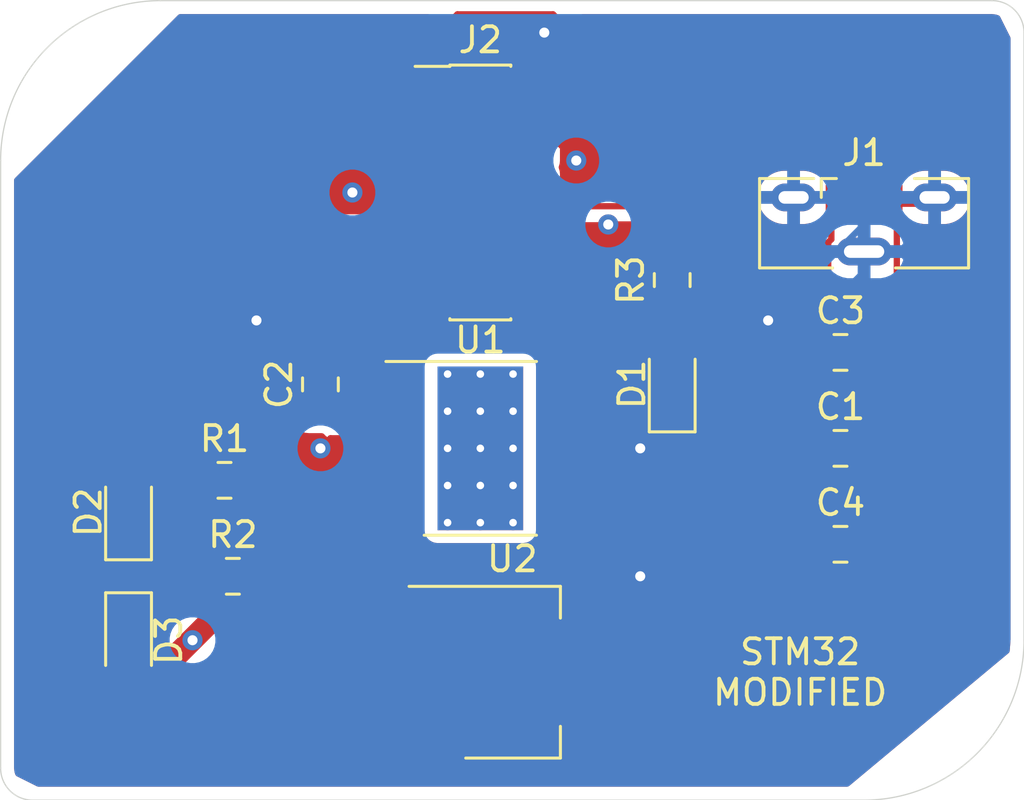
<source format=kicad_pcb>
(kicad_pcb (version 20171130) (host pcbnew "(5.1.2)-2")

  (general
    (thickness 1.6)
    (drawings 9)
    (tracks 166)
    (zones 0)
    (modules 14)
    (nets 29)
  )

  (page A4)
  (layers
    (0 F.Cu signal)
    (31 B.Cu signal)
    (32 B.Adhes user)
    (33 F.Adhes user)
    (34 B.Paste user)
    (35 F.Paste user)
    (36 B.SilkS user)
    (37 F.SilkS user)
    (38 B.Mask user)
    (39 F.Mask user)
    (40 Dwgs.User user)
    (41 Cmts.User user)
    (42 Eco1.User user)
    (43 Eco2.User user)
    (44 Edge.Cuts user)
    (45 Margin user)
    (46 B.CrtYd user)
    (47 F.CrtYd user)
    (48 B.Fab user)
    (49 F.Fab user)
  )

  (setup
    (last_trace_width 0.25)
    (trace_clearance 0.2)
    (zone_clearance 0.508)
    (zone_45_only no)
    (trace_min 0.2)
    (via_size 0.8)
    (via_drill 0.4)
    (via_min_size 0.4)
    (via_min_drill 0.3)
    (uvia_size 0.3)
    (uvia_drill 0.1)
    (uvias_allowed no)
    (uvia_min_size 0.2)
    (uvia_min_drill 0.1)
    (edge_width 0.05)
    (segment_width 0.2)
    (pcb_text_width 0.3)
    (pcb_text_size 1.5 1.5)
    (mod_edge_width 0.12)
    (mod_text_size 1 1)
    (mod_text_width 0.15)
    (pad_size 1.524 1.524)
    (pad_drill 0.762)
    (pad_to_mask_clearance 0.051)
    (solder_mask_min_width 0.25)
    (aux_axis_origin 0 0)
    (visible_elements 7FFDFFFF)
    (pcbplotparams
      (layerselection 0x010fc_ffffffff)
      (usegerberextensions false)
      (usegerberattributes false)
      (usegerberadvancedattributes false)
      (creategerberjobfile false)
      (excludeedgelayer true)
      (linewidth 0.100000)
      (plotframeref false)
      (viasonmask false)
      (mode 1)
      (useauxorigin false)
      (hpglpennumber 1)
      (hpglpenspeed 20)
      (hpglpendiameter 15.000000)
      (psnegative false)
      (psa4output false)
      (plotreference true)
      (plotvalue true)
      (plotinvisibletext false)
      (padsonsilk false)
      (subtractmaskfromsilk false)
      (outputformat 1)
      (mirror false)
      (drillshape 0)
      (scaleselection 1)
      (outputdirectory "./"))
  )

  (net 0 "")
  (net 1 +3V3)
  (net 2 GND)
  (net 3 NRST)
  (net 4 "Net-(D1-Pad1)")
  (net 5 "Net-(D1-Pad2)")
  (net 6 "Net-(D2-Pad2)")
  (net 7 "Net-(D2-Pad1)")
  (net 8 "Net-(D3-Pad2)")
  (net 9 "Net-(J1-Pad3)")
  (net 10 "Net-(J1-Pad4)")
  (net 11 "Net-(J1-Pad2)")
  (net 12 +5V)
  (net 13 "Net-(J2-Pad7)")
  (net 14 "Net-(J2-Pad10)")
  (net 15 SWDIO)
  (net 16 SWCLK)
  (net 17 SPI1_NSS)
  (net 18 SPI1_SCK)
  (net 19 SPI1_MISO)
  (net 20 SPI1_MOSI)
  (net 21 USART1_TX)
  (net 22 USART1_RX)
  (net 23 "Net-(U1-Pad2)")
  (net 24 "Net-(U1-Pad3)")
  (net 25 ADC_IN1)
  (net 26 "Net-(U1-Pad17)")
  (net 27 "Net-(U1-Pad18)")
  (net 28 "Net-(J2-Pad1)")

  (net_class Default "Esta é a classe de rede padrão."
    (clearance 0.2)
    (trace_width 0.25)
    (via_dia 0.8)
    (via_drill 0.4)
    (uvia_dia 0.3)
    (uvia_drill 0.1)
    (add_net +3V3)
    (add_net +5V)
    (add_net ADC_IN1)
    (add_net GND)
    (add_net NRST)
    (add_net "Net-(D1-Pad1)")
    (add_net "Net-(D1-Pad2)")
    (add_net "Net-(D2-Pad1)")
    (add_net "Net-(D2-Pad2)")
    (add_net "Net-(D3-Pad2)")
    (add_net "Net-(J1-Pad2)")
    (add_net "Net-(J1-Pad3)")
    (add_net "Net-(J1-Pad4)")
    (add_net "Net-(J2-Pad1)")
    (add_net "Net-(J2-Pad10)")
    (add_net "Net-(J2-Pad7)")
    (add_net "Net-(U1-Pad17)")
    (add_net "Net-(U1-Pad18)")
    (add_net "Net-(U1-Pad2)")
    (add_net "Net-(U1-Pad3)")
    (add_net SPI1_MISO)
    (add_net SPI1_MOSI)
    (add_net SPI1_NSS)
    (add_net SPI1_SCK)
    (add_net SWCLK)
    (add_net SWDIO)
    (add_net USART1_RX)
    (add_net USART1_TX)
  )

  (module Capacitor_SMD:C_0805_2012Metric (layer F.Cu) (tedit 5B36C52B) (tstamp 5DD298F9)
    (at 173.0525 74.93)
    (descr "Capacitor SMD 0805 (2012 Metric), square (rectangular) end terminal, IPC_7351 nominal, (Body size source: https://docs.google.com/spreadsheets/d/1BsfQQcO9C6DZCsRaXUlFlo91Tg2WpOkGARC1WS5S8t0/edit?usp=sharing), generated with kicad-footprint-generator")
    (tags capacitor)
    (path /5DD3E51C)
    (attr smd)
    (fp_text reference C1 (at 0 -1.65) (layer F.SilkS)
      (effects (font (size 1 1) (thickness 0.15)))
    )
    (fp_text value 10nF (at 0 1.65) (layer F.Fab)
      (effects (font (size 1 1) (thickness 0.15)))
    )
    (fp_line (start -1 0.6) (end -1 -0.6) (layer F.Fab) (width 0.1))
    (fp_line (start -1 -0.6) (end 1 -0.6) (layer F.Fab) (width 0.1))
    (fp_line (start 1 -0.6) (end 1 0.6) (layer F.Fab) (width 0.1))
    (fp_line (start 1 0.6) (end -1 0.6) (layer F.Fab) (width 0.1))
    (fp_line (start -0.258578 -0.71) (end 0.258578 -0.71) (layer F.SilkS) (width 0.12))
    (fp_line (start -0.258578 0.71) (end 0.258578 0.71) (layer F.SilkS) (width 0.12))
    (fp_line (start -1.68 0.95) (end -1.68 -0.95) (layer F.CrtYd) (width 0.05))
    (fp_line (start -1.68 -0.95) (end 1.68 -0.95) (layer F.CrtYd) (width 0.05))
    (fp_line (start 1.68 -0.95) (end 1.68 0.95) (layer F.CrtYd) (width 0.05))
    (fp_line (start 1.68 0.95) (end -1.68 0.95) (layer F.CrtYd) (width 0.05))
    (fp_text user %R (at 0 0) (layer F.Fab)
      (effects (font (size 0.5 0.5) (thickness 0.08)))
    )
    (pad 1 smd roundrect (at -0.9375 0) (size 0.975 1.4) (layers F.Cu F.Paste F.Mask) (roundrect_rratio 0.25)
      (net 1 +3V3))
    (pad 2 smd roundrect (at 0.9375 0) (size 0.975 1.4) (layers F.Cu F.Paste F.Mask) (roundrect_rratio 0.25)
      (net 2 GND))
    (model ${KISYS3DMOD}/Capacitor_SMD.3dshapes/C_0805_2012Metric.wrl
      (at (xyz 0 0 0))
      (scale (xyz 1 1 1))
      (rotate (xyz 0 0 0))
    )
  )

  (module Capacitor_SMD:C_0805_2012Metric (layer F.Cu) (tedit 5B36C52B) (tstamp 5DD2990A)
    (at 152.4 72.39 90)
    (descr "Capacitor SMD 0805 (2012 Metric), square (rectangular) end terminal, IPC_7351 nominal, (Body size source: https://docs.google.com/spreadsheets/d/1BsfQQcO9C6DZCsRaXUlFlo91Tg2WpOkGARC1WS5S8t0/edit?usp=sharing), generated with kicad-footprint-generator")
    (tags capacitor)
    (path /5DD4F4F7)
    (attr smd)
    (fp_text reference C2 (at 0 -1.65 90) (layer F.SilkS)
      (effects (font (size 1 1) (thickness 0.15)))
    )
    (fp_text value 0.1uF (at 0 1.65 90) (layer F.Fab)
      (effects (font (size 1 1) (thickness 0.15)))
    )
    (fp_text user %R (at 0 0 90) (layer F.Fab)
      (effects (font (size 0.5 0.5) (thickness 0.08)))
    )
    (fp_line (start 1.68 0.95) (end -1.68 0.95) (layer F.CrtYd) (width 0.05))
    (fp_line (start 1.68 -0.95) (end 1.68 0.95) (layer F.CrtYd) (width 0.05))
    (fp_line (start -1.68 -0.95) (end 1.68 -0.95) (layer F.CrtYd) (width 0.05))
    (fp_line (start -1.68 0.95) (end -1.68 -0.95) (layer F.CrtYd) (width 0.05))
    (fp_line (start -0.258578 0.71) (end 0.258578 0.71) (layer F.SilkS) (width 0.12))
    (fp_line (start -0.258578 -0.71) (end 0.258578 -0.71) (layer F.SilkS) (width 0.12))
    (fp_line (start 1 0.6) (end -1 0.6) (layer F.Fab) (width 0.1))
    (fp_line (start 1 -0.6) (end 1 0.6) (layer F.Fab) (width 0.1))
    (fp_line (start -1 -0.6) (end 1 -0.6) (layer F.Fab) (width 0.1))
    (fp_line (start -1 0.6) (end -1 -0.6) (layer F.Fab) (width 0.1))
    (pad 2 smd roundrect (at 0.9375 0 90) (size 0.975 1.4) (layers F.Cu F.Paste F.Mask) (roundrect_rratio 0.25)
      (net 2 GND))
    (pad 1 smd roundrect (at -0.9375 0 90) (size 0.975 1.4) (layers F.Cu F.Paste F.Mask) (roundrect_rratio 0.25)
      (net 3 NRST))
    (model ${KISYS3DMOD}/Capacitor_SMD.3dshapes/C_0805_2012Metric.wrl
      (at (xyz 0 0 0))
      (scale (xyz 1 1 1))
      (rotate (xyz 0 0 0))
    )
  )

  (module Capacitor_SMD:C_0805_2012Metric (layer F.Cu) (tedit 5B36C52B) (tstamp 5DD2991B)
    (at 173.0525 71.12)
    (descr "Capacitor SMD 0805 (2012 Metric), square (rectangular) end terminal, IPC_7351 nominal, (Body size source: https://docs.google.com/spreadsheets/d/1BsfQQcO9C6DZCsRaXUlFlo91Tg2WpOkGARC1WS5S8t0/edit?usp=sharing), generated with kicad-footprint-generator")
    (tags capacitor)
    (path /5DD6560D)
    (attr smd)
    (fp_text reference C3 (at 0 -1.65) (layer F.SilkS)
      (effects (font (size 1 1) (thickness 0.15)))
    )
    (fp_text value 100nF (at 0 1.65) (layer F.Fab)
      (effects (font (size 1 1) (thickness 0.15)))
    )
    (fp_line (start -1 0.6) (end -1 -0.6) (layer F.Fab) (width 0.1))
    (fp_line (start -1 -0.6) (end 1 -0.6) (layer F.Fab) (width 0.1))
    (fp_line (start 1 -0.6) (end 1 0.6) (layer F.Fab) (width 0.1))
    (fp_line (start 1 0.6) (end -1 0.6) (layer F.Fab) (width 0.1))
    (fp_line (start -0.258578 -0.71) (end 0.258578 -0.71) (layer F.SilkS) (width 0.12))
    (fp_line (start -0.258578 0.71) (end 0.258578 0.71) (layer F.SilkS) (width 0.12))
    (fp_line (start -1.68 0.95) (end -1.68 -0.95) (layer F.CrtYd) (width 0.05))
    (fp_line (start -1.68 -0.95) (end 1.68 -0.95) (layer F.CrtYd) (width 0.05))
    (fp_line (start 1.68 -0.95) (end 1.68 0.95) (layer F.CrtYd) (width 0.05))
    (fp_line (start 1.68 0.95) (end -1.68 0.95) (layer F.CrtYd) (width 0.05))
    (fp_text user %R (at 0 0) (layer F.Fab)
      (effects (font (size 0.5 0.5) (thickness 0.08)))
    )
    (pad 1 smd roundrect (at -0.9375 0) (size 0.975 1.4) (layers F.Cu F.Paste F.Mask) (roundrect_rratio 0.25)
      (net 1 +3V3))
    (pad 2 smd roundrect (at 0.9375 0) (size 0.975 1.4) (layers F.Cu F.Paste F.Mask) (roundrect_rratio 0.25)
      (net 2 GND))
    (model ${KISYS3DMOD}/Capacitor_SMD.3dshapes/C_0805_2012Metric.wrl
      (at (xyz 0 0 0))
      (scale (xyz 1 1 1))
      (rotate (xyz 0 0 0))
    )
  )

  (module Capacitor_SMD:C_0805_2012Metric (layer F.Cu) (tedit 5B36C52B) (tstamp 5DD2992C)
    (at 173.0525 78.74)
    (descr "Capacitor SMD 0805 (2012 Metric), square (rectangular) end terminal, IPC_7351 nominal, (Body size source: https://docs.google.com/spreadsheets/d/1BsfQQcO9C6DZCsRaXUlFlo91Tg2WpOkGARC1WS5S8t0/edit?usp=sharing), generated with kicad-footprint-generator")
    (tags capacitor)
    (path /5DD66123)
    (attr smd)
    (fp_text reference C4 (at 0 -1.65) (layer F.SilkS)
      (effects (font (size 1 1) (thickness 0.15)))
    )
    (fp_text value 4.7uF (at 0 1.65) (layer F.Fab)
      (effects (font (size 1 1) (thickness 0.15)))
    )
    (fp_text user %R (at 0 0) (layer F.Fab)
      (effects (font (size 0.5 0.5) (thickness 0.08)))
    )
    (fp_line (start 1.68 0.95) (end -1.68 0.95) (layer F.CrtYd) (width 0.05))
    (fp_line (start 1.68 -0.95) (end 1.68 0.95) (layer F.CrtYd) (width 0.05))
    (fp_line (start -1.68 -0.95) (end 1.68 -0.95) (layer F.CrtYd) (width 0.05))
    (fp_line (start -1.68 0.95) (end -1.68 -0.95) (layer F.CrtYd) (width 0.05))
    (fp_line (start -0.258578 0.71) (end 0.258578 0.71) (layer F.SilkS) (width 0.12))
    (fp_line (start -0.258578 -0.71) (end 0.258578 -0.71) (layer F.SilkS) (width 0.12))
    (fp_line (start 1 0.6) (end -1 0.6) (layer F.Fab) (width 0.1))
    (fp_line (start 1 -0.6) (end 1 0.6) (layer F.Fab) (width 0.1))
    (fp_line (start -1 -0.6) (end 1 -0.6) (layer F.Fab) (width 0.1))
    (fp_line (start -1 0.6) (end -1 -0.6) (layer F.Fab) (width 0.1))
    (pad 2 smd roundrect (at 0.9375 0) (size 0.975 1.4) (layers F.Cu F.Paste F.Mask) (roundrect_rratio 0.25)
      (net 2 GND))
    (pad 1 smd roundrect (at -0.9375 0) (size 0.975 1.4) (layers F.Cu F.Paste F.Mask) (roundrect_rratio 0.25)
      (net 1 +3V3))
    (model ${KISYS3DMOD}/Capacitor_SMD.3dshapes/C_0805_2012Metric.wrl
      (at (xyz 0 0 0))
      (scale (xyz 1 1 1))
      (rotate (xyz 0 0 0))
    )
  )

  (module LED_SMD:LED_0805_2012Metric_Castellated (layer F.Cu) (tedit 5B36C52C) (tstamp 5DD2993F)
    (at 166.37 72.39 90)
    (descr "LED SMD 0805 (2012 Metric), castellated end terminal, IPC_7351 nominal, (Body size source: https://docs.google.com/spreadsheets/d/1BsfQQcO9C6DZCsRaXUlFlo91Tg2WpOkGARC1WS5S8t0/edit?usp=sharing), generated with kicad-footprint-generator")
    (tags "LED castellated")
    (path /5DD3DE20)
    (attr smd)
    (fp_text reference D1 (at 0 -1.6 90) (layer F.SilkS)
      (effects (font (size 1 1) (thickness 0.15)))
    )
    (fp_text value STATUS (at 0 1.6 90) (layer F.Fab)
      (effects (font (size 1 1) (thickness 0.15)))
    )
    (fp_line (start 1 -0.6) (end -0.7 -0.6) (layer F.Fab) (width 0.1))
    (fp_line (start -0.7 -0.6) (end -1 -0.3) (layer F.Fab) (width 0.1))
    (fp_line (start -1 -0.3) (end -1 0.6) (layer F.Fab) (width 0.1))
    (fp_line (start -1 0.6) (end 1 0.6) (layer F.Fab) (width 0.1))
    (fp_line (start 1 0.6) (end 1 -0.6) (layer F.Fab) (width 0.1))
    (fp_line (start 1 -0.91) (end -1.885 -0.91) (layer F.SilkS) (width 0.12))
    (fp_line (start -1.885 -0.91) (end -1.885 0.91) (layer F.SilkS) (width 0.12))
    (fp_line (start -1.885 0.91) (end 1 0.91) (layer F.SilkS) (width 0.12))
    (fp_line (start -1.88 0.9) (end -1.88 -0.9) (layer F.CrtYd) (width 0.05))
    (fp_line (start -1.88 -0.9) (end 1.88 -0.9) (layer F.CrtYd) (width 0.05))
    (fp_line (start 1.88 -0.9) (end 1.88 0.9) (layer F.CrtYd) (width 0.05))
    (fp_line (start 1.88 0.9) (end -1.88 0.9) (layer F.CrtYd) (width 0.05))
    (fp_text user %R (at 0 0 90) (layer F.Fab)
      (effects (font (size 0.5 0.5) (thickness 0.08)))
    )
    (pad 1 smd roundrect (at -0.9625 0 90) (size 1.325 1.3) (layers F.Cu F.Paste F.Mask) (roundrect_rratio 0.192308)
      (net 4 "Net-(D1-Pad1)"))
    (pad 2 smd roundrect (at 0.9625 0 90) (size 1.325 1.3) (layers F.Cu F.Paste F.Mask) (roundrect_rratio 0.192308)
      (net 5 "Net-(D1-Pad2)"))
    (model ${KISYS3DMOD}/LED_SMD.3dshapes/LED_0805_2012Metric_Castellated.wrl
      (at (xyz 0 0 0))
      (scale (xyz 1 1 1))
      (rotate (xyz 0 0 0))
    )
  )

  (module LED_SMD:LED_0805_2012Metric_Castellated (layer F.Cu) (tedit 5B36C52C) (tstamp 5DD29952)
    (at 144.78 77.47 90)
    (descr "LED SMD 0805 (2012 Metric), castellated end terminal, IPC_7351 nominal, (Body size source: https://docs.google.com/spreadsheets/d/1BsfQQcO9C6DZCsRaXUlFlo91Tg2WpOkGARC1WS5S8t0/edit?usp=sharing), generated with kicad-footprint-generator")
    (tags "LED castellated")
    (path /5DDB9F84)
    (attr smd)
    (fp_text reference D2 (at 0 -1.6 90) (layer F.SilkS)
      (effects (font (size 1 1) (thickness 0.15)))
    )
    (fp_text value STATUS (at 0 1.6 90) (layer F.Fab)
      (effects (font (size 1 1) (thickness 0.15)))
    )
    (fp_text user %R (at 0 0 90) (layer F.Fab)
      (effects (font (size 0.5 0.5) (thickness 0.08)))
    )
    (fp_line (start 1.88 0.9) (end -1.88 0.9) (layer F.CrtYd) (width 0.05))
    (fp_line (start 1.88 -0.9) (end 1.88 0.9) (layer F.CrtYd) (width 0.05))
    (fp_line (start -1.88 -0.9) (end 1.88 -0.9) (layer F.CrtYd) (width 0.05))
    (fp_line (start -1.88 0.9) (end -1.88 -0.9) (layer F.CrtYd) (width 0.05))
    (fp_line (start -1.885 0.91) (end 1 0.91) (layer F.SilkS) (width 0.12))
    (fp_line (start -1.885 -0.91) (end -1.885 0.91) (layer F.SilkS) (width 0.12))
    (fp_line (start 1 -0.91) (end -1.885 -0.91) (layer F.SilkS) (width 0.12))
    (fp_line (start 1 0.6) (end 1 -0.6) (layer F.Fab) (width 0.1))
    (fp_line (start -1 0.6) (end 1 0.6) (layer F.Fab) (width 0.1))
    (fp_line (start -1 -0.3) (end -1 0.6) (layer F.Fab) (width 0.1))
    (fp_line (start -0.7 -0.6) (end -1 -0.3) (layer F.Fab) (width 0.1))
    (fp_line (start 1 -0.6) (end -0.7 -0.6) (layer F.Fab) (width 0.1))
    (pad 2 smd roundrect (at 0.9625 0 90) (size 1.325 1.3) (layers F.Cu F.Paste F.Mask) (roundrect_rratio 0.192308)
      (net 6 "Net-(D2-Pad2)"))
    (pad 1 smd roundrect (at -0.9625 0 90) (size 1.325 1.3) (layers F.Cu F.Paste F.Mask) (roundrect_rratio 0.192308)
      (net 7 "Net-(D2-Pad1)"))
    (model ${KISYS3DMOD}/LED_SMD.3dshapes/LED_0805_2012Metric_Castellated.wrl
      (at (xyz 0 0 0))
      (scale (xyz 1 1 1))
      (rotate (xyz 0 0 0))
    )
  )

  (module LED_SMD:LED_0805_2012Metric_Castellated (layer F.Cu) (tedit 5B36C52C) (tstamp 5DD29965)
    (at 144.78 82.55 270)
    (descr "LED SMD 0805 (2012 Metric), castellated end terminal, IPC_7351 nominal, (Body size source: https://docs.google.com/spreadsheets/d/1BsfQQcO9C6DZCsRaXUlFlo91Tg2WpOkGARC1WS5S8t0/edit?usp=sharing), generated with kicad-footprint-generator")
    (tags "LED castellated")
    (path /5DDB0CDC)
    (attr smd)
    (fp_text reference D3 (at 0 -1.6 90) (layer F.SilkS)
      (effects (font (size 1 1) (thickness 0.15)))
    )
    (fp_text value STATUS (at 0 1.6 90) (layer F.Fab)
      (effects (font (size 1 1) (thickness 0.15)))
    )
    (fp_line (start 1 -0.6) (end -0.7 -0.6) (layer F.Fab) (width 0.1))
    (fp_line (start -0.7 -0.6) (end -1 -0.3) (layer F.Fab) (width 0.1))
    (fp_line (start -1 -0.3) (end -1 0.6) (layer F.Fab) (width 0.1))
    (fp_line (start -1 0.6) (end 1 0.6) (layer F.Fab) (width 0.1))
    (fp_line (start 1 0.6) (end 1 -0.6) (layer F.Fab) (width 0.1))
    (fp_line (start 1 -0.91) (end -1.885 -0.91) (layer F.SilkS) (width 0.12))
    (fp_line (start -1.885 -0.91) (end -1.885 0.91) (layer F.SilkS) (width 0.12))
    (fp_line (start -1.885 0.91) (end 1 0.91) (layer F.SilkS) (width 0.12))
    (fp_line (start -1.88 0.9) (end -1.88 -0.9) (layer F.CrtYd) (width 0.05))
    (fp_line (start -1.88 -0.9) (end 1.88 -0.9) (layer F.CrtYd) (width 0.05))
    (fp_line (start 1.88 -0.9) (end 1.88 0.9) (layer F.CrtYd) (width 0.05))
    (fp_line (start 1.88 0.9) (end -1.88 0.9) (layer F.CrtYd) (width 0.05))
    (fp_text user %R (at 0 0 90) (layer F.Fab)
      (effects (font (size 0.5 0.5) (thickness 0.08)))
    )
    (pad 1 smd roundrect (at -0.9625 0 270) (size 1.325 1.3) (layers F.Cu F.Paste F.Mask) (roundrect_rratio 0.192308)
      (net 7 "Net-(D2-Pad1)"))
    (pad 2 smd roundrect (at 0.9625 0 270) (size 1.325 1.3) (layers F.Cu F.Paste F.Mask) (roundrect_rratio 0.192308)
      (net 8 "Net-(D3-Pad2)"))
    (model ${KISYS3DMOD}/LED_SMD.3dshapes/LED_0805_2012Metric_Castellated.wrl
      (at (xyz 0 0 0))
      (scale (xyz 1 1 1))
      (rotate (xyz 0 0 0))
    )
  )

  (module Connector_USB:USB_Micro-B_Molex-105133-0001 (layer F.Cu) (tedit 5A142044) (tstamp 5DD29987)
    (at 173.99 66.04)
    (descr "Molex Vertical Micro USB Typ-B (http://www.molex.com/pdm_docs/sd/1051330001_sd.pdf)")
    (tags "Micro-USB SMD Typ-B Vertical")
    (path /5DD978E5)
    (attr smd)
    (fp_text reference J1 (at 0 -2.85) (layer F.SilkS)
      (effects (font (size 1 1) (thickness 0.15)))
    )
    (fp_text value USB_B_Micro (at -0.025 3) (layer F.Fab)
      (effects (font (size 1 1) (thickness 0.15)))
    )
    (fp_text user %R (at 0 -0.375) (layer F.Fab)
      (effects (font (size 1 1) (thickness 0.15)))
    )
    (fp_line (start -4 1.565) (end -4 -1.435) (layer F.Fab) (width 0.1))
    (fp_line (start 4 1.565) (end 4 -1.435) (layer F.Fab) (width 0.1))
    (fp_line (start -4 1.565) (end 4 1.565) (layer F.Fab) (width 0.1))
    (fp_line (start 4 -1.435) (end -4 -1.435) (layer F.Fab) (width 0.1))
    (fp_line (start -1.7 -1.075) (end -1.7 -1.825) (layer F.SilkS) (width 0.12))
    (fp_line (start -1.7 -1.825) (end -1.1 -1.825) (layer F.SilkS) (width 0.12))
    (fp_line (start -2 -1.825) (end -4.15 -1.825) (layer F.SilkS) (width 0.12))
    (fp_line (start 4.15 -1.825) (end 4.15 1.725) (layer F.SilkS) (width 0.12))
    (fp_line (start -4.15 1.725) (end -1.25 1.725) (layer F.SilkS) (width 0.12))
    (fp_line (start -4.15 -1.825) (end -4.15 1.725) (layer F.SilkS) (width 0.12))
    (fp_line (start 4.15 1.725) (end 1.25 1.725) (layer F.SilkS) (width 0.12))
    (fp_line (start 2 -1.825) (end 4.15 -1.825) (layer F.SilkS) (width 0.12))
    (fp_line (start -1.3 -1.675) (end -1.525 -1.85) (layer F.Fab) (width 0.1))
    (fp_line (start -1.525 -2.075) (end -1.075 -2.075) (layer F.Fab) (width 0.1))
    (fp_line (start -1.3 -1.675) (end -1.075 -1.85) (layer F.Fab) (width 0.1))
    (fp_line (start -1.525 -1.85) (end -1.525 -2.075) (layer F.Fab) (width 0.1))
    (fp_line (start -1.075 -2.075) (end -1.075 -1.85) (layer F.Fab) (width 0.1))
    (fp_line (start -4.5 2.13) (end -4.5 -2.13) (layer F.CrtYd) (width 0.05))
    (fp_line (start -4.5 -2.13) (end 4.5 -2.13) (layer F.CrtYd) (width 0.05))
    (fp_line (start -4.5 2.13) (end 4.5 2.13) (layer F.CrtYd) (width 0.05))
    (fp_line (start 4.5 2.13) (end 4.5 -2.13) (layer F.CrtYd) (width 0.05))
    (pad 3 smd rect (at 0 -0.825) (size 0.45 1.5) (layers F.Cu F.Paste F.Mask)
      (net 9 "Net-(J1-Pad3)"))
    (pad 4 smd rect (at 0.65 -0.825) (size 0.45 1.5) (layers F.Cu F.Paste F.Mask)
      (net 10 "Net-(J1-Pad4)"))
    (pad 2 smd rect (at -0.65 -0.825) (size 0.45 1.5) (layers F.Cu F.Paste F.Mask)
      (net 11 "Net-(J1-Pad2)"))
    (pad 5 smd rect (at 1.3 -0.825) (size 0.45 1.5) (layers F.Cu F.Paste F.Mask)
      (net 2 GND))
    (pad 1 smd rect (at -1.3 -0.825) (size 0.45 1.5) (layers F.Cu F.Paste F.Mask)
      (net 12 +5V))
    (pad 6 thru_hole oval (at -2.8 -1.075) (size 1.8 1.1) (drill oval 1.2 0.5) (layers *.Cu *.Mask)
      (net 2 GND))
    (pad 6 thru_hole oval (at 2.8 -1.075) (size 1.8 1.1) (drill oval 1.2 0.5) (layers *.Cu *.Mask)
      (net 2 GND))
    (pad 6 thru_hole oval (at 0 1.075) (size 2.2 1.1) (drill oval 1.6 0.5) (layers *.Cu *.Mask)
      (net 2 GND))
    (model ${KISYS3DMOD}/Connector_USB.3dshapes/USB_Micro-B_Molex-105133-0001.wrl
      (at (xyz 0 0 0))
      (scale (xyz 1 1 1))
      (rotate (xyz 0 0 0))
    )
  )

  (module Connector_PinHeader_1.00mm:PinHeader_2x10_P1.00mm_Vertical_SMD (layer F.Cu) (tedit 59FED738) (tstamp 5DD299EC)
    (at 158.75 64.77)
    (descr "surface-mounted straight pin header, 2x10, 1.00mm pitch, double rows")
    (tags "Surface mounted pin header SMD 2x10 1.00mm double row")
    (path /5DD3EB36)
    (attr smd)
    (fp_text reference J2 (at 0 -6.06) (layer F.SilkS)
      (effects (font (size 1 1) (thickness 0.15)))
    )
    (fp_text value Conn_02x10 (at 0 6.06) (layer F.Fab)
      (effects (font (size 1 1) (thickness 0.15)))
    )
    (fp_line (start 1.15 5) (end -1.15 5) (layer F.Fab) (width 0.1))
    (fp_line (start -0.8 -5) (end 1.15 -5) (layer F.Fab) (width 0.1))
    (fp_line (start -1.15 5) (end -1.15 -4.65) (layer F.Fab) (width 0.1))
    (fp_line (start -1.15 -4.65) (end -0.8 -5) (layer F.Fab) (width 0.1))
    (fp_line (start 1.15 -5) (end 1.15 5) (layer F.Fab) (width 0.1))
    (fp_line (start -1.15 -4.65) (end -2.4 -4.65) (layer F.Fab) (width 0.1))
    (fp_line (start -2.4 -4.65) (end -2.4 -4.35) (layer F.Fab) (width 0.1))
    (fp_line (start -2.4 -4.35) (end -1.15 -4.35) (layer F.Fab) (width 0.1))
    (fp_line (start 1.15 -4.65) (end 2.4 -4.65) (layer F.Fab) (width 0.1))
    (fp_line (start 2.4 -4.65) (end 2.4 -4.35) (layer F.Fab) (width 0.1))
    (fp_line (start 2.4 -4.35) (end 1.15 -4.35) (layer F.Fab) (width 0.1))
    (fp_line (start -1.15 -3.65) (end -2.4 -3.65) (layer F.Fab) (width 0.1))
    (fp_line (start -2.4 -3.65) (end -2.4 -3.35) (layer F.Fab) (width 0.1))
    (fp_line (start -2.4 -3.35) (end -1.15 -3.35) (layer F.Fab) (width 0.1))
    (fp_line (start 1.15 -3.65) (end 2.4 -3.65) (layer F.Fab) (width 0.1))
    (fp_line (start 2.4 -3.65) (end 2.4 -3.35) (layer F.Fab) (width 0.1))
    (fp_line (start 2.4 -3.35) (end 1.15 -3.35) (layer F.Fab) (width 0.1))
    (fp_line (start -1.15 -2.65) (end -2.4 -2.65) (layer F.Fab) (width 0.1))
    (fp_line (start -2.4 -2.65) (end -2.4 -2.35) (layer F.Fab) (width 0.1))
    (fp_line (start -2.4 -2.35) (end -1.15 -2.35) (layer F.Fab) (width 0.1))
    (fp_line (start 1.15 -2.65) (end 2.4 -2.65) (layer F.Fab) (width 0.1))
    (fp_line (start 2.4 -2.65) (end 2.4 -2.35) (layer F.Fab) (width 0.1))
    (fp_line (start 2.4 -2.35) (end 1.15 -2.35) (layer F.Fab) (width 0.1))
    (fp_line (start -1.15 -1.65) (end -2.4 -1.65) (layer F.Fab) (width 0.1))
    (fp_line (start -2.4 -1.65) (end -2.4 -1.35) (layer F.Fab) (width 0.1))
    (fp_line (start -2.4 -1.35) (end -1.15 -1.35) (layer F.Fab) (width 0.1))
    (fp_line (start 1.15 -1.65) (end 2.4 -1.65) (layer F.Fab) (width 0.1))
    (fp_line (start 2.4 -1.65) (end 2.4 -1.35) (layer F.Fab) (width 0.1))
    (fp_line (start 2.4 -1.35) (end 1.15 -1.35) (layer F.Fab) (width 0.1))
    (fp_line (start -1.15 -0.65) (end -2.4 -0.65) (layer F.Fab) (width 0.1))
    (fp_line (start -2.4 -0.65) (end -2.4 -0.35) (layer F.Fab) (width 0.1))
    (fp_line (start -2.4 -0.35) (end -1.15 -0.35) (layer F.Fab) (width 0.1))
    (fp_line (start 1.15 -0.65) (end 2.4 -0.65) (layer F.Fab) (width 0.1))
    (fp_line (start 2.4 -0.65) (end 2.4 -0.35) (layer F.Fab) (width 0.1))
    (fp_line (start 2.4 -0.35) (end 1.15 -0.35) (layer F.Fab) (width 0.1))
    (fp_line (start -1.15 0.35) (end -2.4 0.35) (layer F.Fab) (width 0.1))
    (fp_line (start -2.4 0.35) (end -2.4 0.65) (layer F.Fab) (width 0.1))
    (fp_line (start -2.4 0.65) (end -1.15 0.65) (layer F.Fab) (width 0.1))
    (fp_line (start 1.15 0.35) (end 2.4 0.35) (layer F.Fab) (width 0.1))
    (fp_line (start 2.4 0.35) (end 2.4 0.65) (layer F.Fab) (width 0.1))
    (fp_line (start 2.4 0.65) (end 1.15 0.65) (layer F.Fab) (width 0.1))
    (fp_line (start -1.15 1.35) (end -2.4 1.35) (layer F.Fab) (width 0.1))
    (fp_line (start -2.4 1.35) (end -2.4 1.65) (layer F.Fab) (width 0.1))
    (fp_line (start -2.4 1.65) (end -1.15 1.65) (layer F.Fab) (width 0.1))
    (fp_line (start 1.15 1.35) (end 2.4 1.35) (layer F.Fab) (width 0.1))
    (fp_line (start 2.4 1.35) (end 2.4 1.65) (layer F.Fab) (width 0.1))
    (fp_line (start 2.4 1.65) (end 1.15 1.65) (layer F.Fab) (width 0.1))
    (fp_line (start -1.15 2.35) (end -2.4 2.35) (layer F.Fab) (width 0.1))
    (fp_line (start -2.4 2.35) (end -2.4 2.65) (layer F.Fab) (width 0.1))
    (fp_line (start -2.4 2.65) (end -1.15 2.65) (layer F.Fab) (width 0.1))
    (fp_line (start 1.15 2.35) (end 2.4 2.35) (layer F.Fab) (width 0.1))
    (fp_line (start 2.4 2.35) (end 2.4 2.65) (layer F.Fab) (width 0.1))
    (fp_line (start 2.4 2.65) (end 1.15 2.65) (layer F.Fab) (width 0.1))
    (fp_line (start -1.15 3.35) (end -2.4 3.35) (layer F.Fab) (width 0.1))
    (fp_line (start -2.4 3.35) (end -2.4 3.65) (layer F.Fab) (width 0.1))
    (fp_line (start -2.4 3.65) (end -1.15 3.65) (layer F.Fab) (width 0.1))
    (fp_line (start 1.15 3.35) (end 2.4 3.35) (layer F.Fab) (width 0.1))
    (fp_line (start 2.4 3.35) (end 2.4 3.65) (layer F.Fab) (width 0.1))
    (fp_line (start 2.4 3.65) (end 1.15 3.65) (layer F.Fab) (width 0.1))
    (fp_line (start -1.15 4.35) (end -2.4 4.35) (layer F.Fab) (width 0.1))
    (fp_line (start -2.4 4.35) (end -2.4 4.65) (layer F.Fab) (width 0.1))
    (fp_line (start -2.4 4.65) (end -1.15 4.65) (layer F.Fab) (width 0.1))
    (fp_line (start 1.15 4.35) (end 2.4 4.35) (layer F.Fab) (width 0.1))
    (fp_line (start 2.4 4.35) (end 2.4 4.65) (layer F.Fab) (width 0.1))
    (fp_line (start 2.4 4.65) (end 1.15 4.65) (layer F.Fab) (width 0.1))
    (fp_line (start -1.21 -5.06) (end 1.21 -5.06) (layer F.SilkS) (width 0.12))
    (fp_line (start -1.21 5.06) (end 1.21 5.06) (layer F.SilkS) (width 0.12))
    (fp_line (start -2.59 -5.01) (end -1.21 -5.01) (layer F.SilkS) (width 0.12))
    (fp_line (start -1.21 -5.06) (end -1.21 -5.01) (layer F.SilkS) (width 0.12))
    (fp_line (start 1.21 -5.06) (end 1.21 -5.01) (layer F.SilkS) (width 0.12))
    (fp_line (start -1.21 5.01) (end -1.21 5.06) (layer F.SilkS) (width 0.12))
    (fp_line (start 1.21 5.01) (end 1.21 5.06) (layer F.SilkS) (width 0.12))
    (fp_line (start -3.65 -5.5) (end -3.65 5.5) (layer F.CrtYd) (width 0.05))
    (fp_line (start -3.65 5.5) (end 3.65 5.5) (layer F.CrtYd) (width 0.05))
    (fp_line (start 3.65 5.5) (end 3.65 -5.5) (layer F.CrtYd) (width 0.05))
    (fp_line (start 3.65 -5.5) (end -3.65 -5.5) (layer F.CrtYd) (width 0.05))
    (fp_text user %R (at 0 0 90) (layer F.Fab)
      (effects (font (size 1 1) (thickness 0.15)))
    )
    (pad 1 smd rect (at -1.65 -4.5) (size 2 0.5) (layers F.Cu F.Paste F.Mask)
      (net 28 "Net-(J2-Pad1)"))
    (pad 2 smd rect (at 1.65 -4.5) (size 2 0.5) (layers F.Cu F.Paste F.Mask)
      (net 2 GND))
    (pad 3 smd rect (at -1.65 -3.5) (size 2 0.5) (layers F.Cu F.Paste F.Mask)
      (net 2 GND))
    (pad 4 smd rect (at 1.65 -3.5) (size 2 0.5) (layers F.Cu F.Paste F.Mask)
      (net 2 GND))
    (pad 5 smd rect (at -1.65 -2.5) (size 2 0.5) (layers F.Cu F.Paste F.Mask)
      (net 1 +3V3))
    (pad 6 smd rect (at 1.65 -2.5) (size 2 0.5) (layers F.Cu F.Paste F.Mask)
      (net 1 +3V3))
    (pad 7 smd rect (at -1.65 -1.5) (size 2 0.5) (layers F.Cu F.Paste F.Mask)
      (net 13 "Net-(J2-Pad7)"))
    (pad 8 smd rect (at 1.65 -1.5) (size 2 0.5) (layers F.Cu F.Paste F.Mask)
      (net 2 GND))
    (pad 9 smd rect (at -1.65 -0.5) (size 2 0.5) (layers F.Cu F.Paste F.Mask)
      (net 2 GND))
    (pad 10 smd rect (at 1.65 -0.5) (size 2 0.5) (layers F.Cu F.Paste F.Mask)
      (net 14 "Net-(J2-Pad10)"))
    (pad 11 smd rect (at -1.65 0.5) (size 2 0.5) (layers F.Cu F.Paste F.Mask)
      (net 2 GND))
    (pad 12 smd rect (at 1.65 0.5) (size 2 0.5) (layers F.Cu F.Paste F.Mask)
      (net 2 GND))
    (pad 13 smd rect (at -1.65 1.5) (size 2 0.5) (layers F.Cu F.Paste F.Mask)
      (net 18 SPI1_SCK))
    (pad 14 smd rect (at 1.65 1.5) (size 2 0.5) (layers F.Cu F.Paste F.Mask)
      (net 19 SPI1_MISO))
    (pad 15 smd rect (at -1.65 2.5) (size 2 0.5) (layers F.Cu F.Paste F.Mask)
      (net 17 SPI1_NSS))
    (pad 16 smd rect (at 1.65 2.5) (size 2 0.5) (layers F.Cu F.Paste F.Mask)
      (net 20 SPI1_MOSI))
    (pad 17 smd rect (at -1.65 3.5) (size 2 0.5) (layers F.Cu F.Paste F.Mask)
      (net 22 USART1_RX))
    (pad 18 smd rect (at 1.65 3.5) (size 2 0.5) (layers F.Cu F.Paste F.Mask)
      (net 15 SWDIO))
    (pad 19 smd rect (at -1.65 4.5) (size 2 0.5) (layers F.Cu F.Paste F.Mask)
      (net 21 USART1_TX))
    (pad 20 smd rect (at 1.65 4.5) (size 2 0.5) (layers F.Cu F.Paste F.Mask)
      (net 16 SWCLK))
    (model ${KISYS3DMOD}/Connector_PinHeader_1.00mm.3dshapes/PinHeader_2x10_P1.00mm_Vertical_SMD.wrl
      (at (xyz 0 0 0))
      (scale (xyz 1 1 1))
      (rotate (xyz 0 0 0))
    )
  )

  (module Resistor_SMD:R_0805_2012Metric (layer F.Cu) (tedit 5B36C52B) (tstamp 5DD299FD)
    (at 148.59 76.2)
    (descr "Resistor SMD 0805 (2012 Metric), square (rectangular) end terminal, IPC_7351 nominal, (Body size source: https://docs.google.com/spreadsheets/d/1BsfQQcO9C6DZCsRaXUlFlo91Tg2WpOkGARC1WS5S8t0/edit?usp=sharing), generated with kicad-footprint-generator")
    (tags resistor)
    (path /5DDB9F8A)
    (attr smd)
    (fp_text reference R1 (at 0 -1.65) (layer F.SilkS)
      (effects (font (size 1 1) (thickness 0.15)))
    )
    (fp_text value 39 (at 0 1.65) (layer F.Fab)
      (effects (font (size 1 1) (thickness 0.15)))
    )
    (fp_text user %R (at 0 0) (layer F.Fab)
      (effects (font (size 0.5 0.5) (thickness 0.08)))
    )
    (fp_line (start 1.68 0.95) (end -1.68 0.95) (layer F.CrtYd) (width 0.05))
    (fp_line (start 1.68 -0.95) (end 1.68 0.95) (layer F.CrtYd) (width 0.05))
    (fp_line (start -1.68 -0.95) (end 1.68 -0.95) (layer F.CrtYd) (width 0.05))
    (fp_line (start -1.68 0.95) (end -1.68 -0.95) (layer F.CrtYd) (width 0.05))
    (fp_line (start -0.258578 0.71) (end 0.258578 0.71) (layer F.SilkS) (width 0.12))
    (fp_line (start -0.258578 -0.71) (end 0.258578 -0.71) (layer F.SilkS) (width 0.12))
    (fp_line (start 1 0.6) (end -1 0.6) (layer F.Fab) (width 0.1))
    (fp_line (start 1 -0.6) (end 1 0.6) (layer F.Fab) (width 0.1))
    (fp_line (start -1 -0.6) (end 1 -0.6) (layer F.Fab) (width 0.1))
    (fp_line (start -1 0.6) (end -1 -0.6) (layer F.Fab) (width 0.1))
    (pad 2 smd roundrect (at 0.9375 0) (size 0.975 1.4) (layers F.Cu F.Paste F.Mask) (roundrect_rratio 0.25)
      (net 1 +3V3))
    (pad 1 smd roundrect (at -0.9375 0) (size 0.975 1.4) (layers F.Cu F.Paste F.Mask) (roundrect_rratio 0.25)
      (net 6 "Net-(D2-Pad2)"))
    (model ${KISYS3DMOD}/Resistor_SMD.3dshapes/R_0805_2012Metric.wrl
      (at (xyz 0 0 0))
      (scale (xyz 1 1 1))
      (rotate (xyz 0 0 0))
    )
  )

  (module Resistor_SMD:R_0805_2012Metric (layer F.Cu) (tedit 5B36C52B) (tstamp 5DD29A0E)
    (at 148.9225 80.01)
    (descr "Resistor SMD 0805 (2012 Metric), square (rectangular) end terminal, IPC_7351 nominal, (Body size source: https://docs.google.com/spreadsheets/d/1BsfQQcO9C6DZCsRaXUlFlo91Tg2WpOkGARC1WS5S8t0/edit?usp=sharing), generated with kicad-footprint-generator")
    (tags resistor)
    (path /5DDB0CE4)
    (attr smd)
    (fp_text reference R2 (at 0 -1.65) (layer F.SilkS)
      (effects (font (size 1 1) (thickness 0.15)))
    )
    (fp_text value 39 (at 0 1.65) (layer F.Fab)
      (effects (font (size 1 1) (thickness 0.15)))
    )
    (fp_line (start -1 0.6) (end -1 -0.6) (layer F.Fab) (width 0.1))
    (fp_line (start -1 -0.6) (end 1 -0.6) (layer F.Fab) (width 0.1))
    (fp_line (start 1 -0.6) (end 1 0.6) (layer F.Fab) (width 0.1))
    (fp_line (start 1 0.6) (end -1 0.6) (layer F.Fab) (width 0.1))
    (fp_line (start -0.258578 -0.71) (end 0.258578 -0.71) (layer F.SilkS) (width 0.12))
    (fp_line (start -0.258578 0.71) (end 0.258578 0.71) (layer F.SilkS) (width 0.12))
    (fp_line (start -1.68 0.95) (end -1.68 -0.95) (layer F.CrtYd) (width 0.05))
    (fp_line (start -1.68 -0.95) (end 1.68 -0.95) (layer F.CrtYd) (width 0.05))
    (fp_line (start 1.68 -0.95) (end 1.68 0.95) (layer F.CrtYd) (width 0.05))
    (fp_line (start 1.68 0.95) (end -1.68 0.95) (layer F.CrtYd) (width 0.05))
    (fp_text user %R (at 0 0) (layer F.Fab)
      (effects (font (size 0.5 0.5) (thickness 0.08)))
    )
    (pad 1 smd roundrect (at -0.9375 0) (size 0.975 1.4) (layers F.Cu F.Paste F.Mask) (roundrect_rratio 0.25)
      (net 8 "Net-(D3-Pad2)"))
    (pad 2 smd roundrect (at 0.9375 0) (size 0.975 1.4) (layers F.Cu F.Paste F.Mask) (roundrect_rratio 0.25)
      (net 1 +3V3))
    (model ${KISYS3DMOD}/Resistor_SMD.3dshapes/R_0805_2012Metric.wrl
      (at (xyz 0 0 0))
      (scale (xyz 1 1 1))
      (rotate (xyz 0 0 0))
    )
  )

  (module Resistor_SMD:R_0805_2012Metric (layer F.Cu) (tedit 5B36C52B) (tstamp 5DD29A1F)
    (at 166.37 68.2475 90)
    (descr "Resistor SMD 0805 (2012 Metric), square (rectangular) end terminal, IPC_7351 nominal, (Body size source: https://docs.google.com/spreadsheets/d/1BsfQQcO9C6DZCsRaXUlFlo91Tg2WpOkGARC1WS5S8t0/edit?usp=sharing), generated with kicad-footprint-generator")
    (tags resistor)
    (path /5DD3D9B2)
    (attr smd)
    (fp_text reference R3 (at 0 -1.65 90) (layer F.SilkS)
      (effects (font (size 1 1) (thickness 0.15)))
    )
    (fp_text value 39 (at 0 1.65 90) (layer F.Fab)
      (effects (font (size 1 1) (thickness 0.15)))
    )
    (fp_line (start -1 0.6) (end -1 -0.6) (layer F.Fab) (width 0.1))
    (fp_line (start -1 -0.6) (end 1 -0.6) (layer F.Fab) (width 0.1))
    (fp_line (start 1 -0.6) (end 1 0.6) (layer F.Fab) (width 0.1))
    (fp_line (start 1 0.6) (end -1 0.6) (layer F.Fab) (width 0.1))
    (fp_line (start -0.258578 -0.71) (end 0.258578 -0.71) (layer F.SilkS) (width 0.12))
    (fp_line (start -0.258578 0.71) (end 0.258578 0.71) (layer F.SilkS) (width 0.12))
    (fp_line (start -1.68 0.95) (end -1.68 -0.95) (layer F.CrtYd) (width 0.05))
    (fp_line (start -1.68 -0.95) (end 1.68 -0.95) (layer F.CrtYd) (width 0.05))
    (fp_line (start 1.68 -0.95) (end 1.68 0.95) (layer F.CrtYd) (width 0.05))
    (fp_line (start 1.68 0.95) (end -1.68 0.95) (layer F.CrtYd) (width 0.05))
    (fp_text user %R (at 0 0 90) (layer F.Fab)
      (effects (font (size 0.5 0.5) (thickness 0.08)))
    )
    (pad 1 smd roundrect (at -0.9375 0 90) (size 0.975 1.4) (layers F.Cu F.Paste F.Mask) (roundrect_rratio 0.25)
      (net 5 "Net-(D1-Pad2)"))
    (pad 2 smd roundrect (at 0.9375 0 90) (size 0.975 1.4) (layers F.Cu F.Paste F.Mask) (roundrect_rratio 0.25)
      (net 1 +3V3))
    (model ${KISYS3DMOD}/Resistor_SMD.3dshapes/R_0805_2012Metric.wrl
      (at (xyz 0 0 0))
      (scale (xyz 1 1 1))
      (rotate (xyz 0 0 0))
    )
  )

  (module Package_SO:HTSSOP-20-1EP_4.4x6.5mm_P0.65mm_EP3.4x6.5mm_ThermalVias (layer F.Cu) (tedit 5A6719D8) (tstamp 5DD29A5C)
    (at 158.75 74.93)
    (descr "20-Lead Plastic Thin Shrink Small Outline (ST)-4.4 mm Body [HTSSOP], with thermal pad with vias")
    (tags "HTSSOP 0.65")
    (path /5DD3C827)
    (attr smd)
    (fp_text reference U1 (at 0 -4.3) (layer F.SilkS)
      (effects (font (size 1 1) (thickness 0.15)))
    )
    (fp_text value STM32F030F4P6 (at 0 4.3) (layer F.Fab)
      (effects (font (size 1 1) (thickness 0.15)))
    )
    (fp_line (start -1.2 -3.25) (end 2.2 -3.25) (layer F.Fab) (width 0.1))
    (fp_line (start 2.2 -3.25) (end 2.2 3.25) (layer F.Fab) (width 0.1))
    (fp_line (start 2.2 3.25) (end -2.2 3.25) (layer F.Fab) (width 0.1))
    (fp_line (start -2.2 3.25) (end -2.2 -2.25) (layer F.Fab) (width 0.1))
    (fp_line (start -2.2 -2.25) (end -1.2 -3.25) (layer F.Fab) (width 0.1))
    (fp_line (start -3.95 -3.55) (end -3.95 3.55) (layer F.CrtYd) (width 0.05))
    (fp_line (start 3.95 -3.55) (end 3.95 3.55) (layer F.CrtYd) (width 0.05))
    (fp_line (start -3.95 -3.55) (end 3.95 -3.55) (layer F.CrtYd) (width 0.05))
    (fp_line (start -3.95 3.55) (end 3.95 3.55) (layer F.CrtYd) (width 0.05))
    (fp_line (start -2.23 3.45) (end 2.23 3.45) (layer F.SilkS) (width 0.12))
    (fp_line (start -3.75 -3.45) (end 2.23 -3.45) (layer F.SilkS) (width 0.12))
    (fp_text user %R (at 0 0) (layer F.Fab)
      (effects (font (size 0.8 0.8) (thickness 0.15)))
    )
    (pad 21 smd rect (at 0 0) (size 3.4 6.5) (layers B.Cu))
    (pad 1 smd rect (at -2.95 -2.92) (size 1.45 0.45) (layers F.Cu F.Paste F.Mask)
      (net 2 GND))
    (pad 2 smd rect (at -2.95 -2.27) (size 1.45 0.45) (layers F.Cu F.Paste F.Mask)
      (net 23 "Net-(U1-Pad2)"))
    (pad 3 smd rect (at -2.95 -1.62) (size 1.45 0.45) (layers F.Cu F.Paste F.Mask)
      (net 24 "Net-(U1-Pad3)"))
    (pad 4 smd rect (at -2.95 -0.97) (size 1.45 0.45) (layers F.Cu F.Paste F.Mask)
      (net 3 NRST))
    (pad 5 smd rect (at -2.95 -0.33) (size 1.45 0.45) (layers F.Cu F.Paste F.Mask)
      (net 1 +3V3))
    (pad 6 smd rect (at -2.95 0.33) (size 1.45 0.45) (layers F.Cu F.Paste F.Mask)
      (net 7 "Net-(D2-Pad1)"))
    (pad 7 smd rect (at -2.95 0.97) (size 1.45 0.45) (layers F.Cu F.Paste F.Mask)
      (net 25 ADC_IN1))
    (pad 8 smd rect (at -2.95 1.62) (size 1.45 0.45) (layers F.Cu F.Paste F.Mask)
      (net 21 USART1_TX))
    (pad 9 smd rect (at -2.95 2.27) (size 1.45 0.45) (layers F.Cu F.Paste F.Mask)
      (net 22 USART1_RX))
    (pad 10 smd rect (at -2.95 2.92) (size 1.45 0.45) (layers F.Cu F.Paste F.Mask)
      (net 17 SPI1_NSS))
    (pad 11 smd rect (at 2.95 2.92) (size 1.45 0.45) (layers F.Cu F.Paste F.Mask)
      (net 18 SPI1_SCK))
    (pad 12 smd rect (at 2.95 2.27) (size 1.45 0.45) (layers F.Cu F.Paste F.Mask)
      (net 19 SPI1_MISO))
    (pad 13 smd rect (at 2.95 1.62) (size 1.45 0.45) (layers F.Cu F.Paste F.Mask)
      (net 20 SPI1_MOSI))
    (pad 14 smd rect (at 2.95 0.97) (size 1.45 0.45) (layers F.Cu F.Paste F.Mask)
      (net 4 "Net-(D1-Pad1)"))
    (pad 15 smd rect (at 2.95 0.33) (size 1.45 0.45) (layers F.Cu F.Paste F.Mask)
      (net 2 GND))
    (pad 16 smd rect (at 2.95 -0.33) (size 1.45 0.45) (layers F.Cu F.Paste F.Mask)
      (net 1 +3V3))
    (pad 17 smd rect (at 2.95 -0.97) (size 1.45 0.45) (layers F.Cu F.Paste F.Mask)
      (net 26 "Net-(U1-Pad17)"))
    (pad 18 smd rect (at 2.95 -1.62) (size 1.45 0.45) (layers F.Cu F.Paste F.Mask)
      (net 27 "Net-(U1-Pad18)"))
    (pad 19 smd rect (at 2.95 -2.27) (size 1.45 0.45) (layers F.Cu F.Paste F.Mask)
      (net 15 SWDIO))
    (pad 20 smd rect (at 2.95 -2.92) (size 1.45 0.45) (layers F.Cu F.Paste F.Mask)
      (net 16 SWCLK))
    (pad 21 thru_hole circle (at -1.3 -2.95) (size 0.6 0.6) (drill 0.3) (layers *.Cu))
    (pad 21 smd rect (at 0 0) (size 3.4 6.5) (layers F.Cu F.Mask))
    (pad "" smd rect (at -0.85 -2.2125) (size 1.4 1.075) (layers F.Paste))
    (pad "" smd rect (at 0.85 -2.2125) (size 1.4 1.075) (layers F.Paste))
    (pad "" smd rect (at 0.85 -0.7375) (size 1.4 1.075) (layers F.Paste))
    (pad "" smd rect (at -0.85 -0.7375) (size 1.4 1.075) (layers F.Paste))
    (pad "" smd rect (at 0.85 0.7375) (size 1.4 1.075) (layers F.Paste))
    (pad "" smd rect (at -0.85 0.7375) (size 1.4 1.075) (layers F.Paste))
    (pad "" smd rect (at 0.85 2.2125) (size 1.4 1.075) (layers F.Paste))
    (pad "" smd rect (at -0.85 2.2125) (size 1.4 1.075) (layers F.Paste))
    (pad 21 thru_hole circle (at 0 -2.95) (size 0.6 0.6) (drill 0.3) (layers *.Cu))
    (pad 21 thru_hole circle (at 1.3 -2.95) (size 0.6 0.6) (drill 0.3) (layers *.Cu))
    (pad 21 thru_hole circle (at 1.3 -1.475) (size 0.6 0.6) (drill 0.3) (layers *.Cu))
    (pad 21 thru_hole circle (at 0 -1.475) (size 0.6 0.6) (drill 0.3) (layers *.Cu))
    (pad 21 thru_hole circle (at -1.3 -1.475) (size 0.6 0.6) (drill 0.3) (layers *.Cu))
    (pad 21 thru_hole circle (at 1.3 0) (size 0.6 0.6) (drill 0.3) (layers *.Cu))
    (pad 21 thru_hole circle (at 0 0) (size 0.6 0.6) (drill 0.3) (layers *.Cu))
    (pad 21 thru_hole circle (at -1.3 0) (size 0.6 0.6) (drill 0.3) (layers *.Cu))
    (pad 21 thru_hole circle (at 1.3 1.475) (size 0.6 0.6) (drill 0.3) (layers *.Cu))
    (pad 21 thru_hole circle (at 0 1.475) (size 0.6 0.6) (drill 0.3) (layers *.Cu))
    (pad 21 thru_hole circle (at -1.3 1.475) (size 0.6 0.6) (drill 0.3) (layers *.Cu))
    (pad 21 thru_hole circle (at 1.3 2.95) (size 0.6 0.6) (drill 0.3) (layers *.Cu))
    (pad 21 thru_hole circle (at 0 2.95) (size 0.6 0.6) (drill 0.3) (layers *.Cu))
    (pad 21 thru_hole circle (at -1.3 2.95) (size 0.6 0.6) (drill 0.3) (layers *.Cu))
    (model ${KISYS3DMOD}/Package_SO.3dshapes/HTSSOP-20-1EP_4.4x6.5mm_P0.65mm_EP3.4x6.5mm.wrl
      (at (xyz 0 0 0))
      (scale (xyz 1 1 1))
      (rotate (xyz 0 0 0))
    )
  )

  (module Package_TO_SOT_SMD:SOT-223-3_TabPin2 (layer F.Cu) (tedit 5A02FF57) (tstamp 5DD29A72)
    (at 160.02 83.82)
    (descr "module CMS SOT223 4 pins")
    (tags "CMS SOT")
    (path /5DD91418)
    (attr smd)
    (fp_text reference U2 (at 0 -4.5) (layer F.SilkS)
      (effects (font (size 1 1) (thickness 0.15)))
    )
    (fp_text value LD1117S33TR_SOT223 (at 0 4.5) (layer F.Fab)
      (effects (font (size 1 1) (thickness 0.15)))
    )
    (fp_text user %R (at 0 0 90) (layer F.Fab)
      (effects (font (size 0.8 0.8) (thickness 0.12)))
    )
    (fp_line (start 1.91 3.41) (end 1.91 2.15) (layer F.SilkS) (width 0.12))
    (fp_line (start 1.91 -3.41) (end 1.91 -2.15) (layer F.SilkS) (width 0.12))
    (fp_line (start 4.4 -3.6) (end -4.4 -3.6) (layer F.CrtYd) (width 0.05))
    (fp_line (start 4.4 3.6) (end 4.4 -3.6) (layer F.CrtYd) (width 0.05))
    (fp_line (start -4.4 3.6) (end 4.4 3.6) (layer F.CrtYd) (width 0.05))
    (fp_line (start -4.4 -3.6) (end -4.4 3.6) (layer F.CrtYd) (width 0.05))
    (fp_line (start -1.85 -2.35) (end -0.85 -3.35) (layer F.Fab) (width 0.1))
    (fp_line (start -1.85 -2.35) (end -1.85 3.35) (layer F.Fab) (width 0.1))
    (fp_line (start -1.85 3.41) (end 1.91 3.41) (layer F.SilkS) (width 0.12))
    (fp_line (start -0.85 -3.35) (end 1.85 -3.35) (layer F.Fab) (width 0.1))
    (fp_line (start -4.1 -3.41) (end 1.91 -3.41) (layer F.SilkS) (width 0.12))
    (fp_line (start -1.85 3.35) (end 1.85 3.35) (layer F.Fab) (width 0.1))
    (fp_line (start 1.85 -3.35) (end 1.85 3.35) (layer F.Fab) (width 0.1))
    (pad 2 smd rect (at 3.15 0) (size 2 3.8) (layers F.Cu F.Paste F.Mask)
      (net 12 +5V))
    (pad 2 smd rect (at -3.15 0) (size 2 1.5) (layers F.Cu F.Paste F.Mask)
      (net 12 +5V))
    (pad 3 smd rect (at -3.15 2.3) (size 2 1.5) (layers F.Cu F.Paste F.Mask)
      (net 1 +3V3))
    (pad 1 smd rect (at -3.15 -2.3) (size 2 1.5) (layers F.Cu F.Paste F.Mask)
      (net 2 GND))
    (model ${KISYS3DMOD}/Package_TO_SOT_SMD.3dshapes/SOT-223.wrl
      (at (xyz 0 0 0))
      (scale (xyz 1 1 1))
      (rotate (xyz 0 0 0))
    )
  )

  (gr_text "STM32\nMODIFIED" (at 171.45 83.82) (layer F.SilkS)
    (effects (font (size 1 1) (thickness 0.15)))
  )
  (gr_arc (start 146.05 63.5) (end 146.05 57.15) (angle -90) (layer Edge.Cuts) (width 0.05))
  (gr_arc (start 173.99 82.55) (end 173.99 88.9) (angle -90) (layer Edge.Cuts) (width 0.05))
  (gr_line (start 180.34 58.42) (end 180.34 82.55) (layer Edge.Cuts) (width 0.05) (tstamp 5DD2B972))
  (gr_arc (start 179.07 58.42) (end 180.34 58.42) (angle -90) (layer Edge.Cuts) (width 0.05))
  (gr_arc (start 140.97 87.63) (end 139.7 87.63) (angle -90) (layer Edge.Cuts) (width 0.05))
  (gr_line (start 139.7 63.5) (end 139.7 87.63) (layer Edge.Cuts) (width 0.05))
  (gr_line (start 179.07 57.15) (end 146.05 57.15) (layer Edge.Cuts) (width 0.05))
  (gr_line (start 140.97 88.9) (end 173.99 88.9) (layer Edge.Cuts) (width 0.05))

  (via (at 152.4 74.93) (size 0.8) (drill 0.4) (layers F.Cu B.Cu) (net 1))
  (segment (start 155.730001 74.530001) (end 155.8 74.6) (width 0.25) (layer F.Cu) (net 1))
  (segment (start 152.799999 74.530001) (end 155.730001 74.530001) (width 0.25) (layer F.Cu) (net 1))
  (segment (start 152.4 74.93) (end 152.799999 74.530001) (width 0.25) (layer F.Cu) (net 1))
  (via (at 162.56 63.5) (size 0.8) (drill 0.4) (layers F.Cu B.Cu) (net 1))
  (segment (start 162.160001 63.100001) (end 162.56 63.5) (width 0.25) (layer F.Cu) (net 1))
  (segment (start 161.33 62.27) (end 162.160001 63.100001) (width 0.25) (layer F.Cu) (net 1))
  (segment (start 160.4 62.27) (end 161.33 62.27) (width 0.25) (layer F.Cu) (net 1))
  (segment (start 154.9 62.27) (end 153.67 63.5) (width 0.25) (layer F.Cu) (net 1))
  (segment (start 157.1 62.27) (end 154.9 62.27) (width 0.25) (layer F.Cu) (net 1))
  (segment (start 172.115 74.93) (end 172.115 78.74) (width 0.25) (layer F.Cu) (net 1))
  (segment (start 170.845 72.39) (end 172.115 71.12) (width 0.25) (layer F.Cu) (net 1))
  (segment (start 170.845 72.803642) (end 170.845 72.39) (width 0.25) (layer F.Cu) (net 1))
  (segment (start 163.203643 80.444999) (end 170.845 72.803642) (width 0.25) (layer F.Cu) (net 1))
  (segment (start 155.609999 80.444999) (end 163.203643 80.444999) (width 0.25) (layer F.Cu) (net 1))
  (segment (start 155.544999 80.509999) (end 155.609999 80.444999) (width 0.25) (layer F.Cu) (net 1))
  (segment (start 155.544999 85.044999) (end 155.544999 80.509999) (width 0.25) (layer F.Cu) (net 1))
  (segment (start 156.62 86.12) (end 155.544999 85.044999) (width 0.25) (layer F.Cu) (net 1))
  (segment (start 156.87 86.12) (end 156.62 86.12) (width 0.25) (layer F.Cu) (net 1))
  (via (at 163.83 66.04) (size 0.8) (drill 0.4) (layers F.Cu B.Cu) (net 1))
  (segment (start 165.1 66.04) (end 166.37 67.31) (width 0.25) (layer F.Cu) (net 1))
  (segment (start 163.83 66.04) (end 165.1 66.04) (width 0.25) (layer F.Cu) (net 1))
  (via (at 153.67 64.77) (size 0.8) (drill 0.4) (layers F.Cu B.Cu) (net 1))
  (segment (start 153.67 63.5) (end 153.67 64.77) (width 0.25) (layer F.Cu) (net 1))
  (via (at 147.32 82.55) (size 0.8) (drill 0.4) (layers F.Cu B.Cu) (net 1))
  (segment (start 147.32 82.55) (end 149.86 80.01) (width 0.25) (layer F.Cu) (net 1))
  (segment (start 150.7975 74.93) (end 149.5275 76.2) (width 0.25) (layer F.Cu) (net 1))
  (segment (start 152.4 74.93) (end 150.7975 74.93) (width 0.25) (layer F.Cu) (net 1))
  (segment (start 155.8 71.535) (end 155.8 72.01) (width 0.25) (layer F.Cu) (net 2))
  (segment (start 155.7175 71.4525) (end 155.8 71.535) (width 0.25) (layer F.Cu) (net 2))
  (segment (start 152.4 71.4525) (end 155.7175 71.4525) (width 0.25) (layer F.Cu) (net 2))
  (via (at 149.86 69.85) (size 0.8) (drill 0.4) (layers F.Cu B.Cu) (net 2))
  (segment (start 151.4625 71.4525) (end 149.86 69.85) (width 0.25) (layer F.Cu) (net 2))
  (segment (start 152.4 71.4525) (end 151.4625 71.4525) (width 0.25) (layer F.Cu) (net 2))
  (via (at 165.1 74.93) (size 0.8) (drill 0.4) (layers F.Cu B.Cu) (net 2))
  (segment (start 162.675 75.26) (end 161.7 75.26) (width 0.25) (layer F.Cu) (net 2))
  (segment (start 164.204315 75.26) (end 162.675 75.26) (width 0.25) (layer F.Cu) (net 2))
  (segment (start 164.534315 74.93) (end 164.204315 75.26) (width 0.25) (layer F.Cu) (net 2))
  (segment (start 165.1 74.93) (end 164.534315 74.93) (width 0.25) (layer F.Cu) (net 2))
  (segment (start 153.0325 73.96) (end 155.8 73.96) (width 0.25) (layer F.Cu) (net 3))
  (segment (start 152.4 73.3275) (end 153.0325 73.96) (width 0.25) (layer F.Cu) (net 3))
  (segment (start 161.15 65.27) (end 160.4 65.27) (width 0.25) (layer F.Cu) (net 2))
  (segment (start 158.35 65.27) (end 157.1 65.27) (width 0.25) (layer F.Cu) (net 2))
  (segment (start 158.35 65.27) (end 160.4 65.27) (width 0.25) (layer F.Cu) (net 2))
  (segment (start 157.1 65.27) (end 157.1 64.27) (width 0.25) (layer F.Cu) (net 2))
  (segment (start 159.15 63.27) (end 160.4 63.27) (width 0.25) (layer F.Cu) (net 2))
  (segment (start 158.85 63.27) (end 159.15 63.27) (width 0.25) (layer F.Cu) (net 2))
  (segment (start 157.85 64.27) (end 158.85 63.27) (width 0.25) (layer F.Cu) (net 2))
  (segment (start 157.1 64.27) (end 157.85 64.27) (width 0.25) (layer F.Cu) (net 2))
  (segment (start 157.85 61.27) (end 157.1 61.27) (width 0.25) (layer F.Cu) (net 2))
  (segment (start 158.85 62.27) (end 157.85 61.27) (width 0.25) (layer F.Cu) (net 2))
  (segment (start 158.85 63.27) (end 158.85 62.27) (width 0.25) (layer F.Cu) (net 2))
  (segment (start 159.65 61.27) (end 160.4 61.27) (width 0.25) (layer F.Cu) (net 2))
  (segment (start 158.85 62.07) (end 159.65 61.27) (width 0.25) (layer F.Cu) (net 2))
  (segment (start 158.85 62.27) (end 158.85 62.07) (width 0.25) (layer F.Cu) (net 2))
  (segment (start 160.4 61.27) (end 160.4 60.27) (width 0.25) (layer F.Cu) (net 2))
  (via (at 161.29 58.42) (size 0.8) (drill 0.4) (layers F.Cu B.Cu) (net 2))
  (segment (start 160.4 59.31) (end 161.29 58.42) (width 0.25) (layer F.Cu) (net 2))
  (segment (start 160.4 60.27) (end 160.4 59.31) (width 0.25) (layer F.Cu) (net 2))
  (via (at 165.1 80.01) (size 0.8) (drill 0.4) (layers F.Cu B.Cu) (net 2))
  (segment (start 163.59 81.52) (end 165.1 80.01) (width 0.25) (layer F.Cu) (net 2))
  (segment (start 156.87 81.52) (end 163.59 81.52) (width 0.25) (layer F.Cu) (net 2))
  (segment (start 173.99 67.115) (end 174.54 67.115) (width 0.25) (layer F.Cu) (net 2))
  (via (at 170.18 69.85) (size 0.8) (drill 0.4) (layers F.Cu B.Cu) (net 2))
  (segment (start 171.19 68.84) (end 170.18 69.85) (width 0.25) (layer B.Cu) (net 2))
  (segment (start 171.19 64.965) (end 171.19 68.84) (width 0.25) (layer B.Cu) (net 2))
  (segment (start 175.065 64.965) (end 170.18 69.85) (width 0.25) (layer B.Cu) (net 2))
  (segment (start 170.745685 69.85) (end 170.18 69.85) (width 0.25) (layer B.Cu) (net 2))
  (segment (start 172.055 69.85) (end 170.745685 69.85) (width 0.25) (layer B.Cu) (net 2))
  (segment (start 173.99 67.915) (end 172.055 69.85) (width 0.25) (layer B.Cu) (net 2))
  (segment (start 173.99 67.115) (end 173.99 67.915) (width 0.25) (layer B.Cu) (net 2))
  (segment (start 175.065 64.965) (end 176.79 64.965) (width 0.25) (layer B.Cu) (net 2))
  (segment (start 176.54 65.215) (end 176.79 64.965) (width 0.25) (layer F.Cu) (net 2))
  (segment (start 175.29 65.215) (end 176.54 65.215) (width 0.25) (layer F.Cu) (net 2))
  (segment (start 173.99 78.74) (end 173.99 74.93) (width 0.25) (layer F.Cu) (net 2))
  (segment (start 173.99 74.93) (end 173.99 71.12) (width 0.25) (layer F.Cu) (net 2))
  (segment (start 175.29 69.82) (end 175.29 65.215) (width 0.25) (layer F.Cu) (net 2))
  (segment (start 173.99 71.12) (end 175.29 69.82) (width 0.25) (layer F.Cu) (net 2))
  (segment (start 166.37 74.115) (end 166.37 73.3525) (width 0.25) (layer F.Cu) (net 4))
  (segment (start 166.37 74.733002) (end 166.37 74.115) (width 0.25) (layer F.Cu) (net 4))
  (segment (start 165.353011 75.749991) (end 166.37 74.733002) (width 0.25) (layer F.Cu) (net 4))
  (segment (start 163.643599 75.749991) (end 165.353011 75.749991) (width 0.25) (layer F.Cu) (net 4))
  (segment (start 163.49359 75.9) (end 163.643599 75.749991) (width 0.25) (layer F.Cu) (net 4))
  (segment (start 161.7 75.9) (end 163.49359 75.9) (width 0.25) (layer F.Cu) (net 4))
  (segment (start 166.37 71.4275) (end 166.37 69.185) (width 0.25) (layer F.Cu) (net 5))
  (segment (start 147.345 76.5075) (end 147.6525 76.2) (width 0.25) (layer F.Cu) (net 6))
  (segment (start 144.78 76.5075) (end 147.345 76.5075) (width 0.25) (layer F.Cu) (net 6))
  (segment (start 144.78 78.4325) (end 144.78 81.5875) (width 0.25) (layer F.Cu) (net 7))
  (segment (start 154.825 75.26) (end 155.8 75.26) (width 0.25) (layer F.Cu) (net 7))
  (segment (start 144.78 78.4325) (end 151.6525 78.4325) (width 0.25) (layer F.Cu) (net 7))
  (segment (start 151.6525 78.4325) (end 154.825 75.26) (width 0.25) (layer F.Cu) (net 7))
  (segment (start 147.985 80.3075) (end 147.985 80.01) (width 0.25) (layer F.Cu) (net 8))
  (segment (start 144.78 83.5125) (end 147.985 80.3075) (width 0.25) (layer F.Cu) (net 8))
  (segment (start 156.87 83.82) (end 163.17 83.82) (width 0.25) (layer F.Cu) (net 12))
  (segment (start 163.17 82.92) (end 163.17 83.82) (width 0.25) (layer F.Cu) (net 12))
  (segment (start 164.42 81.67) (end 163.17 82.92) (width 0.25) (layer F.Cu) (net 12))
  (segment (start 165.60935 81.67) (end 164.42 81.67) (width 0.25) (layer F.Cu) (net 12))
  (segment (start 172.92751 70.42816) (end 172.92751 71.81184) (width 0.25) (layer F.Cu) (net 12))
  (segment (start 172.56499 70.06564) (end 172.92751 70.42816) (width 0.25) (layer F.Cu) (net 12))
  (segment (start 172.56499 66.752559) (end 172.56499 70.06564) (width 0.25) (layer F.Cu) (net 12))
  (segment (start 172.69 66.627549) (end 172.56499 66.752559) (width 0.25) (layer F.Cu) (net 12))
  (segment (start 172.69 65.215) (end 172.69 66.627549) (width 0.25) (layer F.Cu) (net 12))
  (segment (start 168.653669 78.625681) (end 165.60935 81.67) (width 0.25) (layer F.Cu) (net 12))
  (segment (start 168.653669 76.085681) (end 168.653669 78.625681) (width 0.25) (layer F.Cu) (net 12))
  (segment (start 172.92751 71.81184) (end 168.653669 76.085681) (width 0.25) (layer F.Cu) (net 12))
  (segment (start 162.675 72.66) (end 161.7 72.66) (width 0.25) (layer F.Cu) (net 15))
  (segment (start 162.750001 72.584999) (end 162.675 72.66) (width 0.25) (layer F.Cu) (net 15))
  (segment (start 162.750001 69.870001) (end 162.750001 72.584999) (width 0.25) (layer F.Cu) (net 15))
  (segment (start 161.15 68.27) (end 162.750001 69.870001) (width 0.25) (layer F.Cu) (net 15))
  (segment (start 160.4 68.27) (end 161.15 68.27) (width 0.25) (layer F.Cu) (net 15))
  (segment (start 161.7 72.01) (end 161.304998 72.01) (width 0.25) (layer F.Cu) (net 16))
  (segment (start 160.4 70.71) (end 161.7 72.01) (width 0.25) (layer F.Cu) (net 16))
  (segment (start 160.4 69.27) (end 160.4 70.71) (width 0.25) (layer F.Cu) (net 16))
  (segment (start 154.825 77.85) (end 155.8 77.85) (width 0.25) (layer F.Cu) (net 17))
  (segment (start 146.68498 85.99002) (end 154.825 77.85) (width 0.25) (layer F.Cu) (net 17))
  (segment (start 141.8672 85.99002) (end 146.68498 85.99002) (width 0.25) (layer F.Cu) (net 17))
  (segment (start 157.85 67.27) (end 158.274999 67.694999) (width 0.25) (layer F.Cu) (net 17))
  (segment (start 157.1 67.27) (end 157.85 67.27) (width 0.25) (layer F.Cu) (net 17))
  (segment (start 158.274999 67.694999) (end 149.669179 67.694999) (width 0.25) (layer F.Cu) (net 17))
  (segment (start 149.669179 67.694999) (end 141.33998 76.024198) (width 0.25) (layer F.Cu) (net 17))
  (segment (start 141.33998 76.024198) (end 141.339981 85.462801) (width 0.25) (layer F.Cu) (net 17))
  (segment (start 141.339981 85.462801) (end 141.8672 85.99002) (width 0.25) (layer F.Cu) (net 17))
  (segment (start 150.45777 66.27) (end 157.1 66.27) (width 0.25) (layer F.Cu) (net 18))
  (segment (start 147.784971 67.750027) (end 147.784971 68.942799) (width 0.25) (layer F.Cu) (net 18))
  (segment (start 161.7 77.85) (end 165.162232 77.85) (width 0.25) (layer F.Cu) (net 18))
  (segment (start 165.162232 77.85) (end 168.29503 74.717202) (width 0.25) (layer F.Cu) (net 18))
  (segment (start 168.29503 74.717202) (end 168.29503 64.352028) (width 0.25) (layer F.Cu) (net 18))
  (segment (start 168.29503 64.352028) (end 161.638001 57.694999) (width 0.25) (layer F.Cu) (net 18))
  (segment (start 161.638001 57.694999) (end 157.839999 57.694999) (width 0.25) (layer F.Cu) (net 18))
  (segment (start 147.784971 68.942799) (end 150.45777 66.27) (width 0.25) (layer F.Cu) (net 18))
  (segment (start 157.839999 57.694999) (end 147.784971 67.750027) (width 0.25) (layer F.Cu) (net 18))
  (segment (start 161.15 66.27) (end 160.4 66.27) (width 0.25) (layer F.Cu) (net 19))
  (segment (start 162.105001 65.314999) (end 161.15 66.27) (width 0.25) (layer F.Cu) (net 19))
  (segment (start 166.718001 65.314999) (end 162.105001 65.314999) (width 0.25) (layer F.Cu) (net 19))
  (segment (start 167.84502 66.442018) (end 166.718001 65.314999) (width 0.25) (layer F.Cu) (net 19))
  (segment (start 167.84502 74.530802) (end 167.84502 66.442018) (width 0.25) (layer F.Cu) (net 19))
  (segment (start 165.175822 77.2) (end 167.84502 74.530802) (width 0.25) (layer F.Cu) (net 19))
  (segment (start 161.7 77.2) (end 165.175822 77.2) (width 0.25) (layer F.Cu) (net 19))
  (segment (start 161.15 67.27) (end 161.19 67.31) (width 0.25) (layer F.Cu) (net 20))
  (segment (start 160.4 67.27) (end 161.15 67.27) (width 0.25) (layer F.Cu) (net 20))
  (segment (start 161.65 67.27) (end 160.4 67.27) (width 0.25) (layer F.Cu) (net 20))
  (segment (start 162.75249 68.37249) (end 161.65 67.27) (width 0.25) (layer F.Cu) (net 20))
  (segment (start 167.39501 68.70566) (end 167.06184 68.37249) (width 0.25) (layer F.Cu) (net 20))
  (segment (start 167.39501 74.344402) (end 167.39501 68.70566) (width 0.25) (layer F.Cu) (net 20))
  (segment (start 163.83 76.2) (end 165.539411 76.200001) (width 0.25) (layer F.Cu) (net 20))
  (segment (start 165.539411 76.200001) (end 167.39501 74.344402) (width 0.25) (layer F.Cu) (net 20))
  (segment (start 163.48 76.55) (end 163.83 76.2) (width 0.25) (layer F.Cu) (net 20))
  (segment (start 167.06184 68.37249) (end 162.75249 68.37249) (width 0.25) (layer F.Cu) (net 20))
  (segment (start 161.7 76.55) (end 163.48 76.55) (width 0.25) (layer F.Cu) (net 20))
  (segment (start 146.28435 85.09) (end 154.82435 76.55) (width 0.25) (layer F.Cu) (net 21))
  (segment (start 157.1 69.27) (end 150.353002 69.27) (width 0.25) (layer F.Cu) (net 21))
  (segment (start 150.353002 69.27) (end 150.208001 69.124999) (width 0.25) (layer F.Cu) (net 21))
  (segment (start 150.208001 69.124999) (end 149.511999 69.124999) (width 0.25) (layer F.Cu) (net 21))
  (segment (start 149.511999 69.124999) (end 142.24 76.396998) (width 0.25) (layer F.Cu) (net 21))
  (segment (start 154.825 76.55) (end 155.8 76.55) (width 0.25) (layer F.Cu) (net 21))
  (segment (start 142.24 76.396998) (end 142.24 85.09) (width 0.25) (layer F.Cu) (net 21))
  (segment (start 154.82435 76.55) (end 154.825 76.55) (width 0.25) (layer F.Cu) (net 21))
  (segment (start 142.24 85.09) (end 146.28435 85.09) (width 0.25) (layer F.Cu) (net 21))
  (segment (start 155.700001 77.299999) (end 155.8 77.2) (width 0.25) (layer F.Cu) (net 22))
  (segment (start 154.825 77.2) (end 155.8 77.2) (width 0.25) (layer F.Cu) (net 22))
  (segment (start 157.1 68.27) (end 149.730588 68.27) (width 0.25) (layer F.Cu) (net 22))
  (segment (start 149.730588 68.27) (end 141.78999 76.210598) (width 0.25) (layer F.Cu) (net 22))
  (segment (start 141.78999 76.210598) (end 141.78999 85.2764) (width 0.25) (layer F.Cu) (net 22))
  (segment (start 141.78999 85.2764) (end 142.0536 85.54001) (width 0.25) (layer F.Cu) (net 22))
  (segment (start 142.0536 85.54001) (end 146.48499 85.54001) (width 0.25) (layer F.Cu) (net 22))
  (segment (start 146.48499 85.54001) (end 154.825 77.2) (width 0.25) (layer F.Cu) (net 22))

  (zone (net 2) (net_name GND) (layer B.Cu) (tstamp 5DD2BBAC) (hatch edge 0.508)
    (connect_pads (clearance 0.508))
    (min_thickness 0.254)
    (fill yes (arc_segments 32) (thermal_gap 0.508) (thermal_bridge_width 0.508))
    (polygon
      (pts
        (xy 142.24 88.9) (xy 139.7 87.63) (xy 139.7 64.77) (xy 147.32 57.15) (xy 179.07 57.15)
        (xy 180.34 59.69) (xy 180.34 82.55) (xy 172.72 88.9)
      )
    )
    (filled_polygon
      (pts
        (xy 179.187869 57.824722) (xy 179.279151 57.852282) (xy 179.68 58.65398) (xy 179.680001 82.524061) (xy 179.645416 82.963504)
        (xy 173.31362 88.24) (xy 141.20398 88.24) (xy 140.402575 87.839298) (xy 140.37556 87.752024) (xy 140.36 87.603979)
        (xy 140.36 82.448061) (xy 146.285 82.448061) (xy 146.285 82.651939) (xy 146.324774 82.851898) (xy 146.402795 83.040256)
        (xy 146.516063 83.209774) (xy 146.660226 83.353937) (xy 146.829744 83.467205) (xy 147.018102 83.545226) (xy 147.218061 83.585)
        (xy 147.421939 83.585) (xy 147.621898 83.545226) (xy 147.810256 83.467205) (xy 147.979774 83.353937) (xy 148.123937 83.209774)
        (xy 148.237205 83.040256) (xy 148.315226 82.851898) (xy 148.355 82.651939) (xy 148.355 82.448061) (xy 148.315226 82.248102)
        (xy 148.237205 82.059744) (xy 148.123937 81.890226) (xy 147.979774 81.746063) (xy 147.810256 81.632795) (xy 147.621898 81.554774)
        (xy 147.421939 81.515) (xy 147.218061 81.515) (xy 147.018102 81.554774) (xy 146.829744 81.632795) (xy 146.660226 81.746063)
        (xy 146.516063 81.890226) (xy 146.402795 82.059744) (xy 146.324774 82.248102) (xy 146.285 82.448061) (xy 140.36 82.448061)
        (xy 140.36 74.828061) (xy 151.365 74.828061) (xy 151.365 75.031939) (xy 151.404774 75.231898) (xy 151.482795 75.420256)
        (xy 151.596063 75.589774) (xy 151.740226 75.733937) (xy 151.909744 75.847205) (xy 152.098102 75.925226) (xy 152.298061 75.965)
        (xy 152.501939 75.965) (xy 152.701898 75.925226) (xy 152.890256 75.847205) (xy 153.059774 75.733937) (xy 153.203937 75.589774)
        (xy 153.317205 75.420256) (xy 153.395226 75.231898) (xy 153.435 75.031939) (xy 153.435 74.828061) (xy 153.395226 74.628102)
        (xy 153.317205 74.439744) (xy 153.203937 74.270226) (xy 153.059774 74.126063) (xy 152.890256 74.012795) (xy 152.701898 73.934774)
        (xy 152.501939 73.895) (xy 152.298061 73.895) (xy 152.098102 73.934774) (xy 151.909744 74.012795) (xy 151.740226 74.126063)
        (xy 151.596063 74.270226) (xy 151.482795 74.439744) (xy 151.404774 74.628102) (xy 151.365 74.828061) (xy 140.36 74.828061)
        (xy 140.36 71.68) (xy 156.411928 71.68) (xy 156.411928 78.18) (xy 156.424188 78.304482) (xy 156.460498 78.42418)
        (xy 156.519463 78.534494) (xy 156.598815 78.631185) (xy 156.695506 78.710537) (xy 156.80582 78.769502) (xy 156.925518 78.805812)
        (xy 157.05 78.818072) (xy 160.45 78.818072) (xy 160.574482 78.805812) (xy 160.69418 78.769502) (xy 160.804494 78.710537)
        (xy 160.901185 78.631185) (xy 160.980537 78.534494) (xy 161.039502 78.42418) (xy 161.075812 78.304482) (xy 161.088072 78.18)
        (xy 161.088072 71.68) (xy 161.075812 71.555518) (xy 161.039502 71.43582) (xy 160.980537 71.325506) (xy 160.901185 71.228815)
        (xy 160.804494 71.149463) (xy 160.69418 71.090498) (xy 160.574482 71.054188) (xy 160.45 71.041928) (xy 157.05 71.041928)
        (xy 156.925518 71.054188) (xy 156.80582 71.090498) (xy 156.695506 71.149463) (xy 156.598815 71.228815) (xy 156.519463 71.325506)
        (xy 156.460498 71.43582) (xy 156.424188 71.555518) (xy 156.411928 71.68) (xy 140.36 71.68) (xy 140.36 67.424744)
        (xy 172.296197 67.424744) (xy 172.296601 67.451147) (xy 172.38415 67.667754) (xy 172.512275 67.863119) (xy 172.676052 68.029734)
        (xy 172.869187 68.161196) (xy 173.084258 68.252454) (xy 173.313 68.3) (xy 173.863 68.3) (xy 173.863 67.242)
        (xy 174.117 67.242) (xy 174.117 68.3) (xy 174.667 68.3) (xy 174.895742 68.252454) (xy 175.110813 68.161196)
        (xy 175.303948 68.029734) (xy 175.467725 67.863119) (xy 175.59585 67.667754) (xy 175.683399 67.451147) (xy 175.683803 67.424744)
        (xy 175.558361 67.242) (xy 174.117 67.242) (xy 173.863 67.242) (xy 172.421639 67.242) (xy 172.296197 67.424744)
        (xy 140.36 67.424744) (xy 140.36 65.938061) (xy 162.795 65.938061) (xy 162.795 66.141939) (xy 162.834774 66.341898)
        (xy 162.912795 66.530256) (xy 163.026063 66.699774) (xy 163.170226 66.843937) (xy 163.339744 66.957205) (xy 163.528102 67.035226)
        (xy 163.728061 67.075) (xy 163.931939 67.075) (xy 164.131898 67.035226) (xy 164.320256 66.957205) (xy 164.489774 66.843937)
        (xy 164.528455 66.805256) (xy 172.296197 66.805256) (xy 172.421639 66.988) (xy 173.863 66.988) (xy 173.863 65.93)
        (xy 174.117 65.93) (xy 174.117 66.988) (xy 175.558361 66.988) (xy 175.683803 66.805256) (xy 175.683399 66.778853)
        (xy 175.59585 66.562246) (xy 175.467725 66.366881) (xy 175.303948 66.200266) (xy 175.110813 66.068804) (xy 174.895742 65.977546)
        (xy 174.667 65.93) (xy 174.117 65.93) (xy 173.863 65.93) (xy 173.313 65.93) (xy 173.084258 65.977546)
        (xy 172.869187 66.068804) (xy 172.676052 66.200266) (xy 172.512275 66.366881) (xy 172.38415 66.562246) (xy 172.296601 66.778853)
        (xy 172.296197 66.805256) (xy 164.528455 66.805256) (xy 164.633937 66.699774) (xy 164.747205 66.530256) (xy 164.825226 66.341898)
        (xy 164.865 66.141939) (xy 164.865 65.938061) (xy 164.825226 65.738102) (xy 164.747205 65.549744) (xy 164.633937 65.380226)
        (xy 164.528455 65.274744) (xy 169.696197 65.274744) (xy 169.696601 65.301147) (xy 169.78415 65.517754) (xy 169.912275 65.713119)
        (xy 170.076052 65.879734) (xy 170.269187 66.011196) (xy 170.484258 66.102454) (xy 170.713 66.15) (xy 171.063 66.15)
        (xy 171.063 65.092) (xy 171.317 65.092) (xy 171.317 66.15) (xy 171.667 66.15) (xy 171.895742 66.102454)
        (xy 172.110813 66.011196) (xy 172.303948 65.879734) (xy 172.467725 65.713119) (xy 172.59585 65.517754) (xy 172.683399 65.301147)
        (xy 172.683803 65.274744) (xy 175.296197 65.274744) (xy 175.296601 65.301147) (xy 175.38415 65.517754) (xy 175.512275 65.713119)
        (xy 175.676052 65.879734) (xy 175.869187 66.011196) (xy 176.084258 66.102454) (xy 176.313 66.15) (xy 176.663 66.15)
        (xy 176.663 65.092) (xy 176.917 65.092) (xy 176.917 66.15) (xy 177.267 66.15) (xy 177.495742 66.102454)
        (xy 177.710813 66.011196) (xy 177.903948 65.879734) (xy 178.067725 65.713119) (xy 178.19585 65.517754) (xy 178.283399 65.301147)
        (xy 178.283803 65.274744) (xy 178.158361 65.092) (xy 176.917 65.092) (xy 176.663 65.092) (xy 175.421639 65.092)
        (xy 175.296197 65.274744) (xy 172.683803 65.274744) (xy 172.558361 65.092) (xy 171.317 65.092) (xy 171.063 65.092)
        (xy 169.821639 65.092) (xy 169.696197 65.274744) (xy 164.528455 65.274744) (xy 164.489774 65.236063) (xy 164.320256 65.122795)
        (xy 164.131898 65.044774) (xy 163.931939 65.005) (xy 163.728061 65.005) (xy 163.528102 65.044774) (xy 163.339744 65.122795)
        (xy 163.170226 65.236063) (xy 163.026063 65.380226) (xy 162.912795 65.549744) (xy 162.834774 65.738102) (xy 162.795 65.938061)
        (xy 140.36 65.938061) (xy 140.36 64.668061) (xy 152.635 64.668061) (xy 152.635 64.871939) (xy 152.674774 65.071898)
        (xy 152.752795 65.260256) (xy 152.866063 65.429774) (xy 153.010226 65.573937) (xy 153.179744 65.687205) (xy 153.368102 65.765226)
        (xy 153.568061 65.805) (xy 153.771939 65.805) (xy 153.971898 65.765226) (xy 154.160256 65.687205) (xy 154.329774 65.573937)
        (xy 154.473937 65.429774) (xy 154.587205 65.260256) (xy 154.665226 65.071898) (xy 154.705 64.871939) (xy 154.705 64.668061)
        (xy 154.702453 64.655256) (xy 169.696197 64.655256) (xy 169.821639 64.838) (xy 171.063 64.838) (xy 171.063 63.78)
        (xy 171.317 63.78) (xy 171.317 64.838) (xy 172.558361 64.838) (xy 172.683803 64.655256) (xy 175.296197 64.655256)
        (xy 175.421639 64.838) (xy 176.663 64.838) (xy 176.663 63.78) (xy 176.917 63.78) (xy 176.917 64.838)
        (xy 178.158361 64.838) (xy 178.283803 64.655256) (xy 178.283399 64.628853) (xy 178.19585 64.412246) (xy 178.067725 64.216881)
        (xy 177.903948 64.050266) (xy 177.710813 63.918804) (xy 177.495742 63.827546) (xy 177.267 63.78) (xy 176.917 63.78)
        (xy 176.663 63.78) (xy 176.313 63.78) (xy 176.084258 63.827546) (xy 175.869187 63.918804) (xy 175.676052 64.050266)
        (xy 175.512275 64.216881) (xy 175.38415 64.412246) (xy 175.296601 64.628853) (xy 175.296197 64.655256) (xy 172.683803 64.655256)
        (xy 172.683399 64.628853) (xy 172.59585 64.412246) (xy 172.467725 64.216881) (xy 172.303948 64.050266) (xy 172.110813 63.918804)
        (xy 171.895742 63.827546) (xy 171.667 63.78) (xy 171.317 63.78) (xy 171.063 63.78) (xy 170.713 63.78)
        (xy 170.484258 63.827546) (xy 170.269187 63.918804) (xy 170.076052 64.050266) (xy 169.912275 64.216881) (xy 169.78415 64.412246)
        (xy 169.696601 64.628853) (xy 169.696197 64.655256) (xy 154.702453 64.655256) (xy 154.665226 64.468102) (xy 154.587205 64.279744)
        (xy 154.473937 64.110226) (xy 154.329774 63.966063) (xy 154.160256 63.852795) (xy 153.971898 63.774774) (xy 153.771939 63.735)
        (xy 153.568061 63.735) (xy 153.368102 63.774774) (xy 153.179744 63.852795) (xy 153.010226 63.966063) (xy 152.866063 64.110226)
        (xy 152.752795 64.279744) (xy 152.674774 64.468102) (xy 152.635 64.668061) (xy 140.36 64.668061) (xy 140.36 64.289606)
        (xy 141.251545 63.398061) (xy 161.525 63.398061) (xy 161.525 63.601939) (xy 161.564774 63.801898) (xy 161.642795 63.990256)
        (xy 161.756063 64.159774) (xy 161.900226 64.303937) (xy 162.069744 64.417205) (xy 162.258102 64.495226) (xy 162.458061 64.535)
        (xy 162.661939 64.535) (xy 162.861898 64.495226) (xy 163.050256 64.417205) (xy 163.219774 64.303937) (xy 163.363937 64.159774)
        (xy 163.477205 63.990256) (xy 163.555226 63.801898) (xy 163.595 63.601939) (xy 163.595 63.398061) (xy 163.555226 63.198102)
        (xy 163.477205 63.009744) (xy 163.363937 62.840226) (xy 163.219774 62.696063) (xy 163.050256 62.582795) (xy 162.861898 62.504774)
        (xy 162.661939 62.465) (xy 162.458061 62.465) (xy 162.258102 62.504774) (xy 162.069744 62.582795) (xy 161.900226 62.696063)
        (xy 161.756063 62.840226) (xy 161.642795 63.009744) (xy 161.564774 63.198102) (xy 161.525 63.398061) (xy 141.251545 63.398061)
        (xy 146.839606 57.81) (xy 179.037721 57.81)
      )
    )
  )
  (zone (net 1) (net_name +3V3) (layer F.Cu) (tstamp 5DD2BBA9) (hatch edge 0.508)
    (connect_pads (clearance 0.508))
    (min_thickness 0.254)
    (fill yes (arc_segments 32) (thermal_gap 0.508) (thermal_bridge_width 0.508))
    (polygon
      (pts
        (xy 142.24 88.9) (xy 139.7 87.63) (xy 139.7 64.77) (xy 147.32 57.15) (xy 179.07 57.15)
        (xy 180.34 59.69) (xy 180.34 82.55) (xy 172.72 88.9)
      )
    )
    (filled_polygon
      (pts
        (xy 147.273974 67.186223) (xy 147.24497 67.210026) (xy 147.201887 67.262523) (xy 147.149997 67.325751) (xy 147.106436 67.407247)
        (xy 147.079425 67.457781) (xy 147.035968 67.601042) (xy 147.024971 67.712695) (xy 147.024971 67.712705) (xy 147.021295 67.750027)
        (xy 147.024971 67.78735) (xy 147.024972 68.905467) (xy 147.021295 68.942799) (xy 147.024972 68.980132) (xy 147.035969 69.091785)
        (xy 147.044831 69.120998) (xy 147.073585 69.215791) (xy 140.828977 75.4604) (xy 140.799979 75.484198) (xy 140.776181 75.513196)
        (xy 140.705006 75.599922) (xy 140.672142 75.661406) (xy 140.634434 75.731952) (xy 140.590977 75.875213) (xy 140.57998 75.986866)
        (xy 140.57998 75.986876) (xy 140.576304 76.024198) (xy 140.57998 76.061521) (xy 140.579982 85.425469) (xy 140.576305 85.462801)
        (xy 140.579982 85.500133) (xy 140.579982 85.500134) (xy 140.58391 85.54001) (xy 140.590979 85.611786) (xy 140.634435 85.755047)
        (xy 140.705007 85.887077) (xy 140.74646 85.937587) (xy 140.799981 86.002802) (xy 140.828979 86.0266) (xy 141.3034 86.501022)
        (xy 141.327199 86.530021) (xy 141.442924 86.624994) (xy 141.574953 86.695566) (xy 141.718214 86.739023) (xy 141.829867 86.75002)
        (xy 141.829876 86.75002) (xy 141.867199 86.753696) (xy 141.904522 86.75002) (xy 146.647658 86.75002) (xy 146.68498 86.753696)
        (xy 146.722302 86.75002) (xy 146.722313 86.75002) (xy 146.833966 86.739023) (xy 146.977227 86.695566) (xy 147.109256 86.624994)
        (xy 147.224981 86.530021) (xy 147.248784 86.501017) (xy 155.040161 78.709641) (xy 155.075 78.713072) (xy 156.525 78.713072)
        (xy 156.649482 78.700812) (xy 156.674433 78.693243) (xy 156.695506 78.710537) (xy 156.80582 78.769502) (xy 156.925518 78.805812)
        (xy 157.05 78.818072) (xy 160.45 78.818072) (xy 160.574482 78.805812) (xy 160.69418 78.769502) (xy 160.804494 78.710537)
        (xy 160.825567 78.693243) (xy 160.850518 78.700812) (xy 160.975 78.713072) (xy 162.425 78.713072) (xy 162.549482 78.700812)
        (xy 162.66918 78.664502) (xy 162.771144 78.61) (xy 165.12491 78.61) (xy 165.162232 78.613676) (xy 165.199554 78.61)
        (xy 165.199565 78.61) (xy 165.311218 78.599003) (xy 165.454479 78.555546) (xy 165.586508 78.484974) (xy 165.702233 78.390001)
        (xy 165.726036 78.360997) (xy 167.893669 76.193365) (xy 167.89367 78.310878) (xy 166.135 80.069549) (xy 166.135 79.908061)
        (xy 166.095226 79.708102) (xy 166.017205 79.519744) (xy 165.903937 79.350226) (xy 165.759774 79.206063) (xy 165.590256 79.092795)
        (xy 165.401898 79.014774) (xy 165.201939 78.975) (xy 164.998061 78.975) (xy 164.798102 79.014774) (xy 164.609744 79.092795)
        (xy 164.440226 79.206063) (xy 164.296063 79.350226) (xy 164.182795 79.519744) (xy 164.104774 79.708102) (xy 164.065 79.908061)
        (xy 164.065 79.970198) (xy 163.275199 80.76) (xy 158.507087 80.76) (xy 158.495812 80.645518) (xy 158.459502 80.52582)
        (xy 158.400537 80.415506) (xy 158.321185 80.318815) (xy 158.224494 80.239463) (xy 158.11418 80.180498) (xy 157.994482 80.144188)
        (xy 157.87 80.131928) (xy 155.87 80.131928) (xy 155.745518 80.144188) (xy 155.62582 80.180498) (xy 155.515506 80.239463)
        (xy 155.418815 80.318815) (xy 155.339463 80.415506) (xy 155.280498 80.52582) (xy 155.244188 80.645518) (xy 155.231928 80.77)
        (xy 155.231928 82.27) (xy 155.244188 82.394482) (xy 155.280498 82.51418) (xy 155.339463 82.624494) (xy 155.376809 82.67)
        (xy 155.339463 82.715506) (xy 155.280498 82.82582) (xy 155.244188 82.945518) (xy 155.231928 83.07) (xy 155.231928 84.57)
        (xy 155.244188 84.694482) (xy 155.280498 84.81418) (xy 155.339463 84.924494) (xy 155.376809 84.97) (xy 155.339463 85.015506)
        (xy 155.280498 85.12582) (xy 155.244188 85.245518) (xy 155.231928 85.37) (xy 155.235 85.83425) (xy 155.39375 85.993)
        (xy 156.743 85.993) (xy 156.743 85.973) (xy 156.997 85.973) (xy 156.997 85.993) (xy 158.34625 85.993)
        (xy 158.505 85.83425) (xy 158.508072 85.37) (xy 158.495812 85.245518) (xy 158.459502 85.12582) (xy 158.400537 85.015506)
        (xy 158.363191 84.97) (xy 158.400537 84.924494) (xy 158.459502 84.81418) (xy 158.495812 84.694482) (xy 158.507087 84.58)
        (xy 161.531928 84.58) (xy 161.531928 85.72) (xy 161.544188 85.844482) (xy 161.580498 85.96418) (xy 161.639463 86.074494)
        (xy 161.718815 86.171185) (xy 161.815506 86.250537) (xy 161.92582 86.309502) (xy 162.045518 86.345812) (xy 162.17 86.358072)
        (xy 164.17 86.358072) (xy 164.294482 86.345812) (xy 164.41418 86.309502) (xy 164.524494 86.250537) (xy 164.621185 86.171185)
        (xy 164.700537 86.074494) (xy 164.759502 85.96418) (xy 164.795812 85.844482) (xy 164.808072 85.72) (xy 164.808072 82.43)
        (xy 165.572028 82.43) (xy 165.60935 82.433676) (xy 165.646672 82.43) (xy 165.646683 82.43) (xy 165.758336 82.419003)
        (xy 165.901597 82.375546) (xy 166.033626 82.304974) (xy 166.149351 82.210001) (xy 166.173154 82.180997) (xy 168.914151 79.44)
        (xy 170.989428 79.44) (xy 171.001688 79.564482) (xy 171.037998 79.68418) (xy 171.096963 79.794494) (xy 171.176315 79.891185)
        (xy 171.273006 79.970537) (xy 171.38332 80.029502) (xy 171.503018 80.065812) (xy 171.6275 80.078072) (xy 171.82925 80.075)
        (xy 171.988 79.91625) (xy 171.988 78.867) (xy 171.15125 78.867) (xy 170.9925 79.02575) (xy 170.989428 79.44)
        (xy 168.914151 79.44) (xy 169.164672 79.18948) (xy 169.19367 79.165682) (xy 169.288643 79.049957) (xy 169.359215 78.917928)
        (xy 169.402672 78.774667) (xy 169.413669 78.663014) (xy 169.413669 78.663005) (xy 169.417345 78.625682) (xy 169.413669 78.588359)
        (xy 169.413669 78.04) (xy 170.989428 78.04) (xy 170.9925 78.45425) (xy 171.15125 78.613) (xy 171.988 78.613)
        (xy 171.988 77.56375) (xy 171.82925 77.405) (xy 171.6275 77.401928) (xy 171.503018 77.414188) (xy 171.38332 77.450498)
        (xy 171.273006 77.509463) (xy 171.176315 77.588815) (xy 171.096963 77.685506) (xy 171.037998 77.79582) (xy 171.001688 77.915518)
        (xy 170.989428 78.04) (xy 169.413669 78.04) (xy 169.413669 76.400482) (xy 170.184151 75.63) (xy 170.989428 75.63)
        (xy 171.001688 75.754482) (xy 171.037998 75.87418) (xy 171.096963 75.984494) (xy 171.176315 76.081185) (xy 171.273006 76.160537)
        (xy 171.38332 76.219502) (xy 171.503018 76.255812) (xy 171.6275 76.268072) (xy 171.82925 76.265) (xy 171.988 76.10625)
        (xy 171.988 75.057) (xy 171.15125 75.057) (xy 170.9925 75.21575) (xy 170.989428 75.63) (xy 170.184151 75.63)
        (xy 171.081201 74.732951) (xy 171.15125 74.803) (xy 171.988 74.803) (xy 171.988 74.783) (xy 172.242 74.783)
        (xy 172.242 74.803) (xy 172.262 74.803) (xy 172.262 75.057) (xy 172.242 75.057) (xy 172.242 76.10625)
        (xy 172.40075 76.265) (xy 172.6025 76.268072) (xy 172.726982 76.255812) (xy 172.84668 76.219502) (xy 172.956994 76.160537)
        (xy 173.053685 76.081185) (xy 173.117492 76.003436) (xy 173.122708 76.009792) (xy 173.230001 76.097845) (xy 173.23 77.572155)
        (xy 173.122708 77.660208) (xy 173.117492 77.666564) (xy 173.053685 77.588815) (xy 172.956994 77.509463) (xy 172.84668 77.450498)
        (xy 172.726982 77.414188) (xy 172.6025 77.401928) (xy 172.40075 77.405) (xy 172.242 77.56375) (xy 172.242 78.613)
        (xy 172.262 78.613) (xy 172.262 78.867) (xy 172.242 78.867) (xy 172.242 79.91625) (xy 172.40075 80.075)
        (xy 172.6025 80.078072) (xy 172.726982 80.065812) (xy 172.84668 80.029502) (xy 172.956994 79.970537) (xy 173.053685 79.891185)
        (xy 173.117492 79.813436) (xy 173.122708 79.819792) (xy 173.256336 79.929458) (xy 173.408791 80.010947) (xy 173.574215 80.061128)
        (xy 173.74625 80.078072) (xy 174.23375 80.078072) (xy 174.405785 80.061128) (xy 174.571209 80.010947) (xy 174.723664 79.929458)
        (xy 174.857292 79.819792) (xy 174.966958 79.686164) (xy 175.048447 79.533709) (xy 175.098628 79.368285) (xy 175.115572 79.19625)
        (xy 175.115572 78.28375) (xy 175.098628 78.111715) (xy 175.048447 77.946291) (xy 174.966958 77.793836) (xy 174.857292 77.660208)
        (xy 174.75 77.572155) (xy 174.75 76.097845) (xy 174.857292 76.009792) (xy 174.966958 75.876164) (xy 175.048447 75.723709)
        (xy 175.098628 75.558285) (xy 175.115572 75.38625) (xy 175.115572 74.47375) (xy 175.098628 74.301715) (xy 175.048447 74.136291)
        (xy 174.966958 73.983836) (xy 174.857292 73.850208) (xy 174.75 73.762155) (xy 174.75 72.287845) (xy 174.857292 72.199792)
        (xy 174.966958 72.066164) (xy 175.048447 71.913709) (xy 175.098628 71.748285) (xy 175.115572 71.57625) (xy 175.115572 71.069229)
        (xy 175.801004 70.383798) (xy 175.830001 70.360001) (xy 175.924974 70.244276) (xy 175.995546 70.112247) (xy 176.039003 69.968986)
        (xy 176.05 69.857333) (xy 176.05 69.857325) (xy 176.053676 69.82) (xy 176.05 69.782675) (xy 176.05 66.311144)
        (xy 176.104502 66.20918) (xy 176.1344 66.110618) (xy 176.2077 66.132853) (xy 176.381793 66.15) (xy 177.198207 66.15)
        (xy 177.3723 66.132853) (xy 177.595674 66.065094) (xy 177.801536 65.955058) (xy 177.981975 65.806975) (xy 178.130058 65.626536)
        (xy 178.240094 65.420674) (xy 178.307853 65.1973) (xy 178.330733 64.965) (xy 178.307853 64.7327) (xy 178.240094 64.509326)
        (xy 178.130058 64.303464) (xy 177.981975 64.123025) (xy 177.801536 63.974942) (xy 177.595674 63.864906) (xy 177.3723 63.797147)
        (xy 177.198207 63.78) (xy 176.381793 63.78) (xy 176.2077 63.797147) (xy 175.984326 63.864906) (xy 175.861844 63.930374)
        (xy 175.75918 63.875498) (xy 175.639482 63.839188) (xy 175.515 63.826928) (xy 175.065 63.826928) (xy 174.965 63.836777)
        (xy 174.865 63.826928) (xy 174.415 63.826928) (xy 174.315 63.836777) (xy 174.215 63.826928) (xy 173.765 63.826928)
        (xy 173.665 63.836777) (xy 173.565 63.826928) (xy 173.115 63.826928) (xy 173.015 63.836777) (xy 172.915 63.826928)
        (xy 172.465 63.826928) (xy 172.340518 63.839188) (xy 172.22082 63.875498) (xy 172.118156 63.930374) (xy 171.995674 63.864906)
        (xy 171.7723 63.797147) (xy 171.598207 63.78) (xy 170.781793 63.78) (xy 170.6077 63.797147) (xy 170.384326 63.864906)
        (xy 170.178464 63.974942) (xy 169.998025 64.123025) (xy 169.849942 64.303464) (xy 169.739906 64.509326) (xy 169.672147 64.7327)
        (xy 169.649267 64.965) (xy 169.672147 65.1973) (xy 169.739906 65.420674) (xy 169.849942 65.626536) (xy 169.998025 65.806975)
        (xy 170.178464 65.955058) (xy 170.384326 66.065094) (xy 170.6077 66.132853) (xy 170.781793 66.15) (xy 171.598207 66.15)
        (xy 171.7723 66.132853) (xy 171.8456 66.110618) (xy 171.875498 66.20918) (xy 171.930001 66.311146) (xy 171.930001 66.328311)
        (xy 171.881534 66.418986) (xy 171.859444 66.460313) (xy 171.815987 66.603574) (xy 171.80499 66.715227) (xy 171.80499 66.715237)
        (xy 171.801314 66.752559) (xy 171.80499 66.789882) (xy 171.804991 69.784631) (xy 171.6275 69.781928) (xy 171.503018 69.794188)
        (xy 171.38332 69.830498) (xy 171.273006 69.889463) (xy 171.215 69.937067) (xy 171.215 69.748061) (xy 171.175226 69.548102)
        (xy 171.097205 69.359744) (xy 170.983937 69.190226) (xy 170.839774 69.046063) (xy 170.670256 68.932795) (xy 170.481898 68.854774)
        (xy 170.281939 68.815) (xy 170.078061 68.815) (xy 169.878102 68.854774) (xy 169.689744 68.932795) (xy 169.520226 69.046063)
        (xy 169.376063 69.190226) (xy 169.262795 69.359744) (xy 169.184774 69.548102) (xy 169.145 69.748061) (xy 169.145 69.951939)
        (xy 169.184774 70.151898) (xy 169.262795 70.340256) (xy 169.376063 70.509774) (xy 169.520226 70.653937) (xy 169.689744 70.767205)
        (xy 169.878102 70.845226) (xy 170.078061 70.885) (xy 170.281939 70.885) (xy 170.481898 70.845226) (xy 170.670256 70.767205)
        (xy 170.839774 70.653937) (xy 170.983937 70.509774) (xy 170.990026 70.500661) (xy 170.9925 70.83425) (xy 171.15125 70.993)
        (xy 171.988 70.993) (xy 171.988 70.973) (xy 172.16751 70.973) (xy 172.167511 71.267) (xy 171.988 71.267)
        (xy 171.988 71.247) (xy 171.15125 71.247) (xy 170.9925 71.40575) (xy 170.989428 71.82) (xy 171.001688 71.944482)
        (xy 171.037998 72.06418) (xy 171.096963 72.174494) (xy 171.176315 72.271185) (xy 171.273006 72.350537) (xy 171.299728 72.36482)
        (xy 169.05503 74.609519) (xy 169.05503 64.389353) (xy 169.058706 64.352028) (xy 169.05503 64.314703) (xy 169.05503 64.314695)
        (xy 169.044033 64.203042) (xy 169.000576 64.059781) (xy 168.930004 63.927752) (xy 168.835031 63.812027) (xy 168.806033 63.788229)
        (xy 162.827803 57.81) (xy 179.037721 57.81) (xy 179.187869 57.824722) (xy 179.279151 57.852282) (xy 179.68 58.65398)
        (xy 179.680001 82.524061) (xy 179.645416 82.963504) (xy 173.31362 88.24) (xy 141.20398 88.24) (xy 140.402575 87.839298)
        (xy 140.37556 87.752024) (xy 140.36 87.603979) (xy 140.36 86.87) (xy 155.231928 86.87) (xy 155.244188 86.994482)
        (xy 155.280498 87.11418) (xy 155.339463 87.224494) (xy 155.418815 87.321185) (xy 155.515506 87.400537) (xy 155.62582 87.459502)
        (xy 155.745518 87.495812) (xy 155.87 87.508072) (xy 156.58425 87.505) (xy 156.743 87.34625) (xy 156.743 86.247)
        (xy 156.997 86.247) (xy 156.997 87.34625) (xy 157.15575 87.505) (xy 157.87 87.508072) (xy 157.994482 87.495812)
        (xy 158.11418 87.459502) (xy 158.224494 87.400537) (xy 158.321185 87.321185) (xy 158.400537 87.224494) (xy 158.459502 87.11418)
        (xy 158.495812 86.994482) (xy 158.508072 86.87) (xy 158.505 86.40575) (xy 158.34625 86.247) (xy 156.997 86.247)
        (xy 156.743 86.247) (xy 155.39375 86.247) (xy 155.235 86.40575) (xy 155.231928 86.87) (xy 140.36 86.87)
        (xy 140.36 64.289606) (xy 146.839606 57.81) (xy 156.650196 57.81)
      )
    )
    (filled_polygon
      (pts
        (xy 148.921315 81.161185) (xy 149.018006 81.240537) (xy 149.044728 81.25482) (xy 145.969549 84.33) (xy 145.965648 84.33)
        (xy 146.000472 84.26485) (xy 146.051008 84.098254) (xy 146.068072 83.925) (xy 146.068072 83.299229) (xy 148.019231 81.348072)
        (xy 148.22875 81.348072) (xy 148.400785 81.331128) (xy 148.566209 81.280947) (xy 148.718664 81.199458) (xy 148.852292 81.089792)
        (xy 148.857508 81.083436)
      )
    )
    (filled_polygon
      (pts
        (xy 149.987 79.883) (xy 150.007 79.883) (xy 150.007 80.137) (xy 149.987 80.137) (xy 149.987 80.157)
        (xy 149.733 80.157) (xy 149.733 80.137) (xy 149.713 80.137) (xy 149.713 79.883) (xy 149.733 79.883)
        (xy 149.733 79.863) (xy 149.987 79.863)
      )
    )
    (filled_polygon
      (pts
        (xy 149.200226 70.653937) (xy 149.369744 70.767205) (xy 149.558102 70.845226) (xy 149.758061 70.885) (xy 149.820199 70.885)
        (xy 150.8987 71.963502) (xy 150.922499 71.992501) (xy 151.038224 72.087474) (xy 151.170253 72.158046) (xy 151.200401 72.167191)
        (xy 151.210542 72.186164) (xy 151.320208 72.319792) (xy 151.405756 72.39) (xy 151.320208 72.460208) (xy 151.210542 72.593836)
        (xy 151.129053 72.746291) (xy 151.078872 72.911715) (xy 151.061928 73.08375) (xy 151.061928 73.57125) (xy 151.078872 73.743285)
        (xy 151.129053 73.908709) (xy 151.210542 74.061164) (xy 151.320208 74.194792) (xy 151.453836 74.304458) (xy 151.606291 74.385947)
        (xy 151.771715 74.436128) (xy 151.94375 74.453072) (xy 152.45077 74.453072) (xy 152.4687 74.471002) (xy 152.492499 74.500001)
        (xy 152.521497 74.523799) (xy 152.608223 74.594974) (xy 152.716916 74.653072) (xy 152.740253 74.665546) (xy 152.883514 74.709003)
        (xy 152.995167 74.72) (xy 152.995176 74.72) (xy 153.032499 74.723676) (xy 153.069822 74.72) (xy 154.284998 74.72)
        (xy 154.261201 74.748997) (xy 151.337699 77.6725) (xy 145.996383 77.6725) (xy 145.918405 77.526614) (xy 145.871943 77.47)
        (xy 145.918405 77.413386) (xy 145.996383 77.2675) (xy 146.77512 77.2675) (xy 146.785208 77.279792) (xy 146.918836 77.389458)
        (xy 147.071291 77.470947) (xy 147.236715 77.521128) (xy 147.40875 77.538072) (xy 147.89625 77.538072) (xy 148.068285 77.521128)
        (xy 148.233709 77.470947) (xy 148.386164 77.389458) (xy 148.519792 77.279792) (xy 148.525008 77.273436) (xy 148.588815 77.351185)
        (xy 148.685506 77.430537) (xy 148.79582 77.489502) (xy 148.915518 77.525812) (xy 149.04 77.538072) (xy 149.24175 77.535)
        (xy 149.4005 77.37625) (xy 149.4005 76.327) (xy 149.6545 76.327) (xy 149.6545 77.37625) (xy 149.81325 77.535)
        (xy 150.015 77.538072) (xy 150.139482 77.525812) (xy 150.25918 77.489502) (xy 150.369494 77.430537) (xy 150.466185 77.351185)
        (xy 150.545537 77.254494) (xy 150.604502 77.14418) (xy 150.640812 77.024482) (xy 150.653072 76.9) (xy 150.65 76.48575)
        (xy 150.49125 76.327) (xy 149.6545 76.327) (xy 149.4005 76.327) (xy 149.3805 76.327) (xy 149.3805 76.073)
        (xy 149.4005 76.073) (xy 149.4005 75.02375) (xy 149.6545 75.02375) (xy 149.6545 76.073) (xy 150.49125 76.073)
        (xy 150.65 75.91425) (xy 150.653072 75.5) (xy 150.640812 75.375518) (xy 150.604502 75.25582) (xy 150.545537 75.145506)
        (xy 150.466185 75.048815) (xy 150.369494 74.969463) (xy 150.25918 74.910498) (xy 150.139482 74.874188) (xy 150.015 74.861928)
        (xy 149.81325 74.865) (xy 149.6545 75.02375) (xy 149.4005 75.02375) (xy 149.24175 74.865) (xy 149.04 74.861928)
        (xy 148.915518 74.874188) (xy 148.79582 74.910498) (xy 148.685506 74.969463) (xy 148.588815 75.048815) (xy 148.525008 75.126564)
        (xy 148.519792 75.120208) (xy 148.386164 75.010542) (xy 148.233709 74.929053) (xy 148.068285 74.878872) (xy 147.89625 74.861928)
        (xy 147.40875 74.861928) (xy 147.236715 74.878872) (xy 147.071291 74.929053) (xy 146.918836 75.010542) (xy 146.785208 75.120208)
        (xy 146.675542 75.253836) (xy 146.594053 75.406291) (xy 146.543872 75.571715) (xy 146.526928 75.74375) (xy 146.526928 75.7475)
        (xy 145.996383 75.7475) (xy 145.918405 75.601614) (xy 145.807962 75.467038) (xy 145.673386 75.356595) (xy 145.51985 75.274528)
        (xy 145.353254 75.223992) (xy 145.18 75.206928) (xy 144.504871 75.206928) (xy 149.129044 70.582755)
      )
    )
    (filled_polygon
      (pts
        (xy 166.585725 66.257525) (xy 166.497 66.34625) (xy 166.497 67.183) (xy 166.517 67.183) (xy 166.517 67.437)
        (xy 166.497 67.437) (xy 166.497 67.457) (xy 166.243 67.457) (xy 166.243 67.437) (xy 165.19375 67.437)
        (xy 165.035 67.59575) (xy 165.034745 67.61249) (xy 163.067292 67.61249) (xy 162.277302 66.8225) (xy 165.031928 66.8225)
        (xy 165.035 67.02425) (xy 165.19375 67.183) (xy 166.243 67.183) (xy 166.243 66.34625) (xy 166.08425 66.1875)
        (xy 165.67 66.184428) (xy 165.545518 66.196688) (xy 165.42582 66.232998) (xy 165.315506 66.291963) (xy 165.218815 66.371315)
        (xy 165.139463 66.468006) (xy 165.080498 66.57832) (xy 165.044188 66.698018) (xy 165.031928 66.8225) (xy 162.277302 66.8225)
        (xy 162.213804 66.759002) (xy 162.190001 66.729999) (xy 162.074276 66.635026) (xy 162.02912 66.61089) (xy 162.038072 66.52)
        (xy 162.038072 66.456729) (xy 162.419803 66.074999) (xy 166.4032 66.074999)
      )
    )
    (filled_polygon
      (pts
        (xy 155.461928 61.52) (xy 155.474188 61.644482) (xy 155.510498 61.76418) (xy 155.513279 61.769382) (xy 155.475734 61.887987)
        (xy 155.465 61.98825) (xy 155.62375 62.147) (xy 155.98758 62.147) (xy 156.1 62.158072) (xy 157.247 62.158072)
        (xy 157.247 62.381928) (xy 156.1 62.381928) (xy 155.98758 62.393) (xy 155.62375 62.393) (xy 155.465 62.55175)
        (xy 155.475734 62.652013) (xy 155.513279 62.770618) (xy 155.510498 62.77582) (xy 155.474188 62.895518) (xy 155.461928 63.02)
        (xy 155.461928 63.52) (xy 155.474188 63.644482) (xy 155.510498 63.76418) (xy 155.513609 63.77) (xy 155.510498 63.77582)
        (xy 155.474188 63.895518) (xy 155.461928 64.02) (xy 155.461928 64.52) (xy 155.474188 64.644482) (xy 155.510498 64.76418)
        (xy 155.513609 64.77) (xy 155.510498 64.77582) (xy 155.474188 64.895518) (xy 155.461928 65.02) (xy 155.461928 65.51)
        (xy 151.099799 65.51) (xy 155.461928 61.147872)
      )
    )
    (filled_polygon
      (pts
        (xy 167.535031 64.666831) (xy 167.535031 65.057228) (xy 167.281805 64.804001) (xy 167.258002 64.774998) (xy 167.142277 64.680025)
        (xy 167.010248 64.609453) (xy 166.866987 64.565996) (xy 166.755334 64.554999) (xy 166.755323 64.554999) (xy 166.718001 64.551323)
        (xy 166.680679 64.554999) (xy 162.142323 64.554999) (xy 162.105 64.551323) (xy 162.067677 64.554999) (xy 162.067668 64.554999)
        (xy 162.034301 64.558285) (xy 162.038072 64.52) (xy 162.038072 64.02) (xy 162.025812 63.895518) (xy 161.989502 63.77582)
        (xy 161.986391 63.77) (xy 161.989502 63.76418) (xy 162.025812 63.644482) (xy 162.038072 63.52) (xy 162.038072 63.02)
        (xy 162.025812 62.895518) (xy 161.989502 62.77582) (xy 161.986721 62.770618) (xy 162.024266 62.652013) (xy 162.035 62.55175)
        (xy 161.87625 62.393) (xy 161.51242 62.393) (xy 161.4 62.381928) (xy 160.253 62.381928) (xy 160.253 62.158072)
        (xy 161.4 62.158072) (xy 161.51242 62.147) (xy 161.87625 62.147) (xy 162.035 61.98825) (xy 162.024266 61.887987)
        (xy 161.986721 61.769382) (xy 161.989502 61.76418) (xy 162.025812 61.644482) (xy 162.038072 61.52) (xy 162.038072 61.02)
        (xy 162.025812 60.895518) (xy 161.989502 60.77582) (xy 161.986391 60.77) (xy 161.989502 60.76418) (xy 162.025812 60.644482)
        (xy 162.038072 60.52) (xy 162.038072 60.02) (xy 162.025812 59.895518) (xy 161.989502 59.77582) (xy 161.930537 59.665506)
        (xy 161.851185 59.568815) (xy 161.754494 59.489463) (xy 161.64418 59.430498) (xy 161.592717 59.414887) (xy 161.780256 59.337205)
        (xy 161.949774 59.223937) (xy 162.020956 59.152755)
      )
    )
  )
)

</source>
